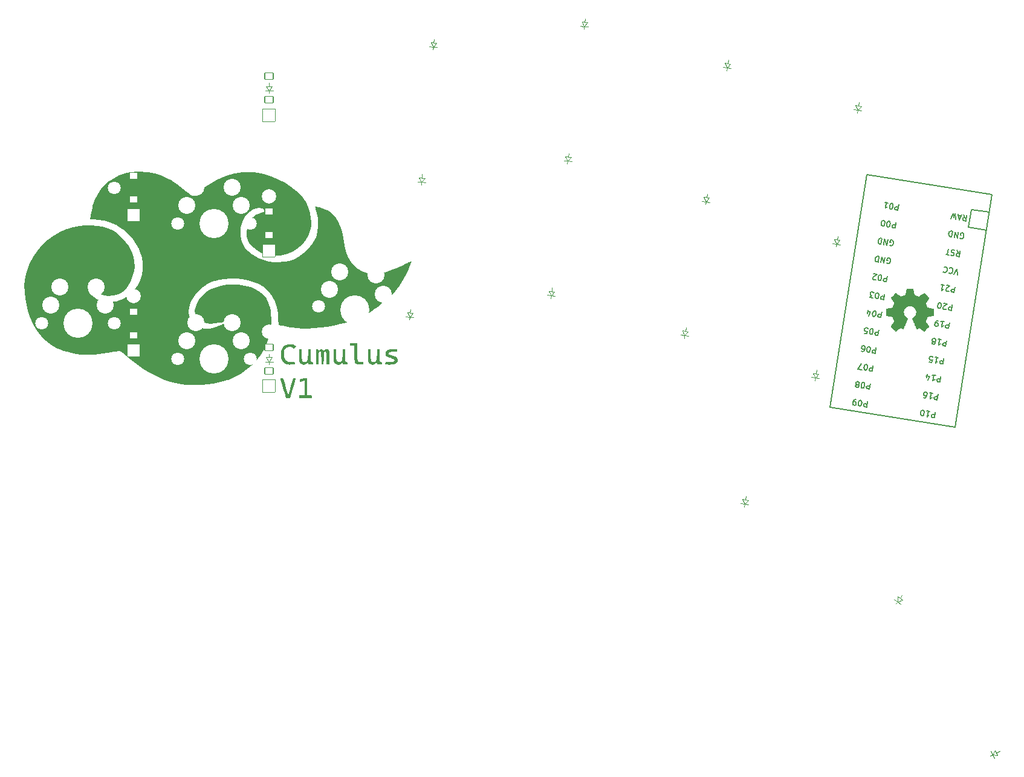
<source format=gto>
%TF.GenerationSoftware,KiCad,Pcbnew,(6.0.7)*%
%TF.CreationDate,2022-08-30T19:44:11+01:00*%
%TF.ProjectId,cumulus,63756d75-6c75-4732-9e6b-696361645f70,v1.0.0*%
%TF.SameCoordinates,Original*%
%TF.FileFunction,Legend,Top*%
%TF.FilePolarity,Positive*%
%FSLAX46Y46*%
G04 Gerber Fmt 4.6, Leading zero omitted, Abs format (unit mm)*
G04 Created by KiCad (PCBNEW (6.0.7)) date 2022-08-30 19:44:11*
%MOMM*%
%LPD*%
G01*
G04 APERTURE LIST*
G04 Aperture macros list*
%AMRoundRect*
0 Rectangle with rounded corners*
0 $1 Rounding radius*
0 $2 $3 $4 $5 $6 $7 $8 $9 X,Y pos of 4 corners*
0 Add a 4 corners polygon primitive as box body*
4,1,4,$2,$3,$4,$5,$6,$7,$8,$9,$2,$3,0*
0 Add four circle primitives for the rounded corners*
1,1,$1+$1,$2,$3*
1,1,$1+$1,$4,$5*
1,1,$1+$1,$6,$7*
1,1,$1+$1,$8,$9*
0 Add four rect primitives between the rounded corners*
20,1,$1+$1,$2,$3,$4,$5,0*
20,1,$1+$1,$4,$5,$6,$7,0*
20,1,$1+$1,$6,$7,$8,$9,0*
20,1,$1+$1,$8,$9,$2,$3,0*%
%AMHorizOval*
0 Thick line with rounded ends*
0 $1 width*
0 $2 $3 position (X,Y) of the first rounded end (center of the circle)*
0 $4 $5 position (X,Y) of the second rounded end (center of the circle)*
0 Add line between two ends*
20,1,$1,$2,$3,$4,$5,0*
0 Add two circle primitives to create the rounded ends*
1,1,$1,$2,$3*
1,1,$1,$4,$5*%
%AMRotRect*
0 Rectangle, with rotation*
0 The origin of the aperture is its center*
0 $1 length*
0 $2 width*
0 $3 Rotation angle, in degrees counterclockwise*
0 Add horizontal line*
21,1,$1,$2,0,0,$3*%
G04 Aperture macros list end*
%ADD10C,0.300000*%
%ADD11C,0.150000*%
%ADD12C,0.010000*%
%ADD13C,0.100000*%
%ADD14C,1.752600*%
%ADD15RotRect,1.752600X1.752600X261.000000*%
%ADD16C,2.300000*%
%ADD17RoundRect,0.050000X0.738985X-1.017125X1.017125X0.738985X-0.738985X1.017125X-1.017125X-0.738985X0*%
%ADD18RoundRect,0.050000X0.522217X-0.538320X0.663009X0.350599X-0.522217X0.538320X-0.663009X-0.350599X0*%
%ADD19C,2.005000*%
%ADD20RoundRect,0.050000X0.558497X-0.500581X0.636937X0.395994X-0.558497X0.500581X-0.636937X-0.395994X0*%
%ADD21RoundRect,0.050000X0.808136X-0.963099X0.963099X0.808136X-0.808136X0.963099X-0.963099X-0.808136X0*%
%ADD22C,2.386000*%
%ADD23C,4.087800*%
%ADD24C,1.801800*%
%ADD25RoundRect,0.050000X0.600000X-0.450000X0.600000X0.450000X-0.600000X0.450000X-0.600000X-0.450000X0*%
%ADD26RoundRect,0.050000X0.889000X-0.889000X0.889000X0.889000X-0.889000X0.889000X-0.889000X-0.889000X0*%
%ADD27C,1.600000*%
%ADD28HorizOval,1.700000X-0.296307X0.046930X0.296307X-0.046930X0*%
%ADD29RoundRect,0.050000X0.774032X-0.990715X0.990715X0.774032X-0.774032X0.990715X-0.990715X-0.774032X0*%
%ADD30RoundRect,0.050000X0.540686X-0.519767X0.650369X0.373524X-0.540686X0.519767X-0.650369X-0.373524X0*%
%ADD31RoundRect,0.050000X0.208365X-0.720475X0.749998X-0.001703X-0.208365X0.720475X-0.749998X0.001703X0*%
%ADD32RoundRect,0.050000X0.174973X-1.245001X1.245001X0.174973X-0.174973X1.245001X-1.245001X-0.174973X0*%
%ADD33C,1.852600*%
%ADD34RoundRect,0.050000X-0.728428X1.002595X-1.002595X-0.728428X0.728428X-1.002595X1.002595X0.728428X0*%
%ADD35RoundRect,0.050000X-0.430000X-1.181415X1.181415X-0.430000X0.430000X1.181415X-1.181415X0.430000X0*%
%ADD36RoundRect,0.050000X-0.154268X-0.733963X0.661409X-0.353606X0.154268X0.733963X-0.661409X0.353606X0*%
G04 APERTURE END LIST*
D10*
%TO.C,G\u002A\u002A\u002A*%
X166297428Y-129413000D02*
X166152285Y-129340428D01*
X165934571Y-129340428D01*
X165716857Y-129413000D01*
X165571714Y-129558142D01*
X165499142Y-129703285D01*
X165426571Y-129993571D01*
X165426571Y-130211285D01*
X165499142Y-130501571D01*
X165571714Y-130646714D01*
X165716857Y-130791857D01*
X165934571Y-130864428D01*
X166079714Y-130864428D01*
X166297428Y-130791857D01*
X166370000Y-130719285D01*
X166370000Y-130211285D01*
X166079714Y-130211285D01*
X167240857Y-129340428D02*
X167240857Y-129703285D01*
X166878000Y-129558142D02*
X167240857Y-129703285D01*
X167603714Y-129558142D01*
X167023142Y-129993571D02*
X167240857Y-129703285D01*
X167458571Y-129993571D01*
X168402000Y-129340428D02*
X168402000Y-129703285D01*
X168039142Y-129558142D02*
X168402000Y-129703285D01*
X168764857Y-129558142D01*
X168184285Y-129993571D02*
X168402000Y-129703285D01*
X168619714Y-129993571D01*
X169563142Y-129340428D02*
X169563142Y-129703285D01*
X169200285Y-129558142D02*
X169563142Y-129703285D01*
X169926000Y-129558142D01*
X169345428Y-129993571D02*
X169563142Y-129703285D01*
X169780857Y-129993571D01*
D11*
%TO.C,MCU1*%
X268311270Y-147302317D02*
X268186122Y-148092468D01*
X267885112Y-148044793D01*
X267815819Y-147995248D01*
X267784152Y-147951662D01*
X267758445Y-147870450D01*
X267776323Y-147757572D01*
X267825868Y-147688278D01*
X267869454Y-147656612D01*
X267950666Y-147630904D01*
X268251675Y-147678580D01*
X267107230Y-147111616D02*
X267558745Y-147183129D01*
X267332988Y-147147373D02*
X267207840Y-147937523D01*
X267300971Y-147836564D01*
X267388142Y-147773230D01*
X267469354Y-147747522D01*
X266304811Y-147794498D02*
X266455316Y-147818335D01*
X266536528Y-147792628D01*
X266580113Y-147760961D01*
X266673244Y-147660001D01*
X266734708Y-147515456D01*
X266782383Y-147214446D01*
X266756676Y-147133234D01*
X266725009Y-147089648D01*
X266655716Y-147040103D01*
X266505211Y-147016266D01*
X266423999Y-147041973D01*
X266380413Y-147073640D01*
X266330868Y-147142933D01*
X266301071Y-147331064D01*
X266326779Y-147412276D01*
X266358446Y-147455862D01*
X266427739Y-147505407D01*
X266578243Y-147529244D01*
X266659455Y-147503537D01*
X266703041Y-147471870D01*
X266752586Y-147402577D01*
X271061593Y-130546267D02*
X270923357Y-129714401D01*
X270534825Y-130462836D01*
X269933156Y-129634709D02*
X269976742Y-129603042D01*
X270095580Y-129583294D01*
X270170832Y-129595213D01*
X270277751Y-129650717D01*
X270341085Y-129737889D01*
X270366792Y-129819100D01*
X270380581Y-129975565D01*
X270362703Y-130088443D01*
X270301239Y-130232989D01*
X270251694Y-130302282D01*
X270164523Y-130365615D01*
X270045685Y-130385363D01*
X269970432Y-130373445D01*
X269863513Y-130317940D01*
X269831846Y-130274355D01*
X269143005Y-129509561D02*
X269186591Y-129477894D01*
X269305429Y-129458146D01*
X269380681Y-129470065D01*
X269487601Y-129525570D01*
X269550934Y-129612741D01*
X269576642Y-129693953D01*
X269590430Y-129850417D01*
X269572552Y-129963296D01*
X269511088Y-130107841D01*
X269461543Y-130177134D01*
X269374372Y-130240468D01*
X269255534Y-130260216D01*
X269180281Y-130248297D01*
X269073362Y-130192793D01*
X269041695Y-130149207D01*
X259624149Y-140783090D02*
X259499001Y-141573241D01*
X259197991Y-141525566D01*
X259128698Y-141476021D01*
X259097031Y-141432435D01*
X259071324Y-141351223D01*
X259089202Y-141238345D01*
X259138747Y-141169051D01*
X259182333Y-141137385D01*
X259263545Y-141111677D01*
X259564554Y-141159353D01*
X258558345Y-141424256D02*
X258483093Y-141412337D01*
X258413800Y-141362792D01*
X258382133Y-141319206D01*
X258356426Y-141237994D01*
X258342637Y-141081530D01*
X258372434Y-140893399D01*
X258433898Y-140748854D01*
X258483443Y-140679560D01*
X258527029Y-140647894D01*
X258608241Y-140622186D01*
X258683493Y-140634105D01*
X258752786Y-140683650D01*
X258784453Y-140727236D01*
X258810160Y-140808448D01*
X258823949Y-140964912D01*
X258794152Y-141153043D01*
X258732688Y-141297589D01*
X258683143Y-141366882D01*
X258639557Y-141398548D01*
X258558345Y-141424256D01*
X257617690Y-141275271D02*
X257768195Y-141299108D01*
X257849407Y-141273401D01*
X257892992Y-141241734D01*
X257986123Y-141140774D01*
X258047587Y-140996229D01*
X258095262Y-140695219D01*
X258069555Y-140614007D01*
X258037888Y-140570421D01*
X257968595Y-140520876D01*
X257818090Y-140497039D01*
X257736878Y-140522746D01*
X257693292Y-140554413D01*
X257643747Y-140623706D01*
X257613950Y-140811837D01*
X257639658Y-140893049D01*
X257671325Y-140936635D01*
X257740618Y-140986180D01*
X257891122Y-141010017D01*
X257972334Y-140984310D01*
X258015920Y-140952643D01*
X258065465Y-140883350D01*
X269105957Y-142284860D02*
X268980809Y-143075011D01*
X268679799Y-143027336D01*
X268610506Y-142977791D01*
X268578839Y-142934205D01*
X268553132Y-142852993D01*
X268571010Y-142740115D01*
X268620555Y-142670821D01*
X268664141Y-142639155D01*
X268745353Y-142613447D01*
X269046362Y-142661123D01*
X267901917Y-142094159D02*
X268353432Y-142165672D01*
X268127675Y-142129916D02*
X268002527Y-142920066D01*
X268095658Y-142819107D01*
X268182829Y-142755773D01*
X268264041Y-142730065D01*
X267061872Y-142771081D02*
X267438134Y-142830675D01*
X267535354Y-142460372D01*
X267491769Y-142492039D01*
X267410557Y-142517747D01*
X267222426Y-142487950D01*
X267153133Y-142438405D01*
X267121466Y-142394819D01*
X267095758Y-142313607D01*
X267125555Y-142125476D01*
X267175100Y-142056183D01*
X267218686Y-142024516D01*
X267299898Y-141998809D01*
X267488029Y-142028606D01*
X267557322Y-142078151D01*
X267588989Y-142121736D01*
X260418836Y-135765633D02*
X260293688Y-136555784D01*
X259992678Y-136508109D01*
X259923385Y-136458564D01*
X259891718Y-136414978D01*
X259866011Y-136333766D01*
X259883889Y-136220888D01*
X259933434Y-136151594D01*
X259977020Y-136119928D01*
X260058232Y-136094220D01*
X260359241Y-136141896D01*
X259353032Y-136406799D02*
X259277780Y-136394880D01*
X259208487Y-136345335D01*
X259176820Y-136301749D01*
X259151113Y-136220537D01*
X259137324Y-136064073D01*
X259167121Y-135875942D01*
X259228585Y-135731397D01*
X259278130Y-135662103D01*
X259321716Y-135630437D01*
X259402928Y-135604729D01*
X259478180Y-135616648D01*
X259547473Y-135666193D01*
X259579140Y-135709779D01*
X259604847Y-135790991D01*
X259618636Y-135947455D01*
X259588839Y-136135586D01*
X259527375Y-136280132D01*
X259477830Y-136349425D01*
X259434244Y-136381091D01*
X259353032Y-136406799D01*
X258454093Y-135994430D02*
X258537524Y-135467663D01*
X258594549Y-136325237D02*
X258872071Y-135790641D01*
X258382930Y-135713168D01*
X258829462Y-145800546D02*
X258704314Y-146590697D01*
X258403304Y-146543022D01*
X258334011Y-146493477D01*
X258302344Y-146449891D01*
X258276637Y-146368679D01*
X258294515Y-146255801D01*
X258344060Y-146186507D01*
X258387646Y-146154841D01*
X258468858Y-146129133D01*
X258769867Y-146176809D01*
X257763658Y-146441712D02*
X257688406Y-146429793D01*
X257619113Y-146380248D01*
X257587446Y-146336662D01*
X257561739Y-146255450D01*
X257547950Y-146098986D01*
X257577747Y-145910855D01*
X257639211Y-145766310D01*
X257688756Y-145697016D01*
X257732342Y-145665350D01*
X257813554Y-145639642D01*
X257888806Y-145651561D01*
X257958099Y-145701106D01*
X257989766Y-145744692D01*
X258015473Y-145825904D01*
X258029262Y-145982368D01*
X257999465Y-146170499D01*
X257938001Y-146315045D01*
X257888456Y-146384338D01*
X257844870Y-146416004D01*
X257763658Y-146441712D01*
X257102395Y-145989847D02*
X257171688Y-146039392D01*
X257203355Y-146082978D01*
X257229062Y-146164190D01*
X257223103Y-146201816D01*
X257173558Y-146271109D01*
X257129972Y-146302776D01*
X257048760Y-146328483D01*
X256898255Y-146304645D01*
X256828962Y-146255100D01*
X256797295Y-146211515D01*
X256771588Y-146130303D01*
X256777547Y-146092677D01*
X256827092Y-146023384D01*
X256870678Y-145991717D01*
X256951890Y-145966009D01*
X257102395Y-145989847D01*
X257183607Y-145964140D01*
X257227192Y-145932473D01*
X257276737Y-145863180D01*
X257300575Y-145712675D01*
X257274868Y-145631463D01*
X257243201Y-145587877D01*
X257173908Y-145538332D01*
X257023403Y-145514495D01*
X256942191Y-145540202D01*
X256898605Y-145571869D01*
X256849060Y-145641162D01*
X256825223Y-145791667D01*
X256850930Y-145872879D01*
X256882597Y-145916464D01*
X256951890Y-145966009D01*
X258432118Y-148309275D02*
X258306970Y-149099426D01*
X258005960Y-149051751D01*
X257936667Y-149002206D01*
X257905000Y-148958620D01*
X257879293Y-148877408D01*
X257897171Y-148764530D01*
X257946716Y-148695236D01*
X257990302Y-148663570D01*
X258071514Y-148637862D01*
X258372523Y-148685538D01*
X257366314Y-148950441D02*
X257291062Y-148938522D01*
X257221769Y-148888977D01*
X257190102Y-148845391D01*
X257164395Y-148764179D01*
X257150606Y-148607715D01*
X257180403Y-148419584D01*
X257241867Y-148275039D01*
X257291412Y-148205745D01*
X257334998Y-148174079D01*
X257416210Y-148148371D01*
X257491462Y-148160290D01*
X257560755Y-148209835D01*
X257592422Y-148253421D01*
X257618129Y-148334633D01*
X257631918Y-148491097D01*
X257602121Y-148679228D01*
X257540657Y-148823774D01*
X257491112Y-148893067D01*
X257447526Y-148924733D01*
X257366314Y-148950441D01*
X256851816Y-148058980D02*
X256701311Y-148035143D01*
X256620099Y-148060850D01*
X256576514Y-148092517D01*
X256483383Y-148193477D01*
X256421919Y-148338022D01*
X256374244Y-148639032D01*
X256399951Y-148720244D01*
X256431618Y-148763829D01*
X256500911Y-148813374D01*
X256651416Y-148837212D01*
X256732628Y-148811505D01*
X256776214Y-148779838D01*
X256825759Y-148710545D01*
X256855556Y-148522414D01*
X256829848Y-148441202D01*
X256798182Y-148397616D01*
X256728888Y-148348071D01*
X256578384Y-148324233D01*
X256497172Y-148349941D01*
X256453586Y-148381608D01*
X256404041Y-148450901D01*
X261134229Y-128935358D02*
X261203522Y-128984903D01*
X261316401Y-129002782D01*
X261435239Y-128983034D01*
X261522410Y-128919700D01*
X261571955Y-128850407D01*
X261633419Y-128705861D01*
X261651297Y-128592983D01*
X261637509Y-128436519D01*
X261611801Y-128355307D01*
X261548468Y-128268135D01*
X261441549Y-128212631D01*
X261366296Y-128200712D01*
X261247458Y-128220460D01*
X261203872Y-128252127D01*
X261162157Y-128515511D01*
X261312661Y-128539348D01*
X260877155Y-128123240D02*
X260752008Y-128913391D01*
X260425641Y-128051727D01*
X260300493Y-128841878D01*
X260049378Y-127992133D02*
X259924231Y-128782284D01*
X259736100Y-128752486D01*
X259629180Y-128696982D01*
X259565847Y-128609811D01*
X259540139Y-128528599D01*
X259526351Y-128372135D01*
X259544229Y-128259256D01*
X259605693Y-128114710D01*
X259655238Y-128045417D01*
X259742409Y-127982084D01*
X259861247Y-127962336D01*
X260049378Y-127992133D01*
X259226806Y-143291818D02*
X259101658Y-144081969D01*
X258800648Y-144034294D01*
X258731355Y-143984749D01*
X258699688Y-143941163D01*
X258673981Y-143859951D01*
X258691859Y-143747073D01*
X258741404Y-143677779D01*
X258784990Y-143646113D01*
X258866202Y-143620405D01*
X259167211Y-143668081D01*
X258161002Y-143932984D02*
X258085750Y-143921065D01*
X258016457Y-143871520D01*
X257984790Y-143827934D01*
X257959083Y-143746722D01*
X257945294Y-143590258D01*
X257975091Y-143402127D01*
X258036555Y-143257582D01*
X258086100Y-143188288D01*
X258129686Y-143156622D01*
X258210898Y-143130914D01*
X258286150Y-143142833D01*
X258355443Y-143192378D01*
X258387110Y-143235964D01*
X258412817Y-143317176D01*
X258426606Y-143473640D01*
X258396809Y-143661771D01*
X258335345Y-143806317D01*
X258285800Y-143875610D01*
X258242214Y-143907276D01*
X258161002Y-143932984D01*
X257634235Y-143849552D02*
X257107468Y-143766120D01*
X257571252Y-143029604D01*
X268708614Y-144793589D02*
X268583466Y-145583740D01*
X268282456Y-145536065D01*
X268213163Y-145486520D01*
X268181496Y-145442934D01*
X268155789Y-145361722D01*
X268173667Y-145248844D01*
X268223212Y-145179550D01*
X268266798Y-145147884D01*
X268348010Y-145122176D01*
X268649019Y-145169852D01*
X267504574Y-144602888D02*
X267956089Y-144674401D01*
X267730332Y-144638645D02*
X267605184Y-145428795D01*
X267698315Y-145327836D01*
X267785486Y-145264502D01*
X267866698Y-145238794D01*
X266743871Y-145022386D02*
X266827302Y-144495619D01*
X266884327Y-145353193D02*
X267161849Y-144818597D01*
X266672708Y-144741124D01*
X271870817Y-122149480D02*
X272074607Y-122567458D01*
X272322332Y-122220993D02*
X272197184Y-123011143D01*
X271896174Y-122963468D01*
X271826881Y-122913923D01*
X271795215Y-122870337D01*
X271769507Y-122789126D01*
X271787385Y-122676247D01*
X271836930Y-122606954D01*
X271880516Y-122575287D01*
X271961728Y-122549580D01*
X272262738Y-122597255D01*
X271534051Y-122327562D02*
X271157789Y-122267968D01*
X271645060Y-122113723D02*
X271256529Y-122862158D01*
X271118293Y-122030292D01*
X270805014Y-122790645D02*
X270742030Y-121970698D01*
X270502134Y-122511253D01*
X270441021Y-121923022D01*
X270127742Y-122683376D01*
X270695331Y-132249947D02*
X270570183Y-133040098D01*
X270269173Y-132992423D01*
X270199880Y-132942878D01*
X270168213Y-132899292D01*
X270142506Y-132818080D01*
X270160384Y-132705202D01*
X270209929Y-132635908D01*
X270253515Y-132604242D01*
X270334727Y-132578534D01*
X270635736Y-132626210D01*
X269829577Y-132845657D02*
X269785992Y-132877324D01*
X269704780Y-132903032D01*
X269516649Y-132873235D01*
X269447356Y-132823689D01*
X269415689Y-132780104D01*
X269389981Y-132698892D01*
X269401900Y-132623640D01*
X269457405Y-132516720D01*
X269980432Y-132136719D01*
X269491291Y-132059246D01*
X268738767Y-131940058D02*
X269190282Y-132011571D01*
X268964524Y-131975815D02*
X268839377Y-132765965D01*
X268932507Y-132665005D01*
X269019679Y-132601672D01*
X269100891Y-132575964D01*
X260816180Y-133256904D02*
X260691032Y-134047055D01*
X260390022Y-133999380D01*
X260320729Y-133949835D01*
X260289062Y-133906249D01*
X260263355Y-133825037D01*
X260281233Y-133712159D01*
X260330778Y-133642865D01*
X260374364Y-133611199D01*
X260455576Y-133585491D01*
X260756585Y-133633167D01*
X259750376Y-133898070D02*
X259675124Y-133886151D01*
X259605831Y-133836606D01*
X259574164Y-133793020D01*
X259548457Y-133711808D01*
X259534668Y-133555344D01*
X259564465Y-133367213D01*
X259625929Y-133222668D01*
X259675474Y-133153374D01*
X259719060Y-133121708D01*
X259800272Y-133096000D01*
X259875524Y-133107919D01*
X259944817Y-133157464D01*
X259976484Y-133201050D01*
X260002191Y-133282262D01*
X260015980Y-133438726D01*
X259986183Y-133626857D01*
X259924719Y-133771403D01*
X259875174Y-133840696D01*
X259831588Y-133872362D01*
X259750376Y-133898070D01*
X259223609Y-133814638D02*
X258734468Y-133737166D01*
X259045527Y-133477872D01*
X258932649Y-133459994D01*
X258863356Y-133410449D01*
X258831689Y-133366863D01*
X258805981Y-133285651D01*
X258835778Y-133097520D01*
X258885323Y-133028227D01*
X258928909Y-132996560D01*
X259010121Y-132970853D01*
X259235878Y-133006609D01*
X259305171Y-133056154D01*
X259336838Y-133099740D01*
X262405554Y-123221991D02*
X262280406Y-124012142D01*
X261979396Y-123964467D01*
X261910103Y-123914922D01*
X261878436Y-123871336D01*
X261852729Y-123790124D01*
X261870607Y-123677246D01*
X261920152Y-123607952D01*
X261963738Y-123576286D01*
X262044950Y-123550578D01*
X262345959Y-123598254D01*
X261339750Y-123863157D02*
X261264498Y-123851238D01*
X261195205Y-123801693D01*
X261163538Y-123758107D01*
X261137831Y-123676895D01*
X261124042Y-123520431D01*
X261153839Y-123332300D01*
X261215303Y-123187755D01*
X261264848Y-123118461D01*
X261308434Y-123086795D01*
X261389646Y-123061087D01*
X261464898Y-123073006D01*
X261534191Y-123122551D01*
X261565858Y-123166137D01*
X261591565Y-123247349D01*
X261605354Y-123403813D01*
X261575557Y-123591944D01*
X261514093Y-123736490D01*
X261464548Y-123805783D01*
X261420962Y-123837449D01*
X261339750Y-123863157D01*
X260587226Y-123743969D02*
X260511974Y-123732050D01*
X260442680Y-123682505D01*
X260411014Y-123638919D01*
X260385306Y-123557707D01*
X260371518Y-123401243D01*
X260401315Y-123213112D01*
X260462779Y-123068566D01*
X260512324Y-122999273D01*
X260555909Y-122967607D01*
X260637121Y-122941899D01*
X260712374Y-122953818D01*
X260781667Y-123003363D01*
X260813333Y-123046949D01*
X260839041Y-123128160D01*
X260852829Y-123284625D01*
X260823032Y-123472756D01*
X260761568Y-123617301D01*
X260712023Y-123686594D01*
X260668438Y-123718261D01*
X260587226Y-123743969D01*
X271410724Y-125419672D02*
X271480017Y-125469217D01*
X271592896Y-125487096D01*
X271711734Y-125467348D01*
X271798905Y-125404014D01*
X271848450Y-125334721D01*
X271909914Y-125190175D01*
X271927792Y-125077297D01*
X271914004Y-124920833D01*
X271888296Y-124839621D01*
X271824963Y-124752449D01*
X271718044Y-124696945D01*
X271642791Y-124685026D01*
X271523953Y-124704774D01*
X271480367Y-124736441D01*
X271438652Y-124999825D01*
X271589156Y-125023662D01*
X271153650Y-124607554D02*
X271028503Y-125397705D01*
X270702136Y-124536041D01*
X270576988Y-125326192D01*
X270325873Y-124476447D02*
X270200726Y-125266598D01*
X270012595Y-125236800D01*
X269905675Y-125181296D01*
X269842342Y-125094125D01*
X269816634Y-125012913D01*
X269802846Y-124856449D01*
X269820724Y-124743570D01*
X269882188Y-124599024D01*
X269931733Y-124529731D01*
X270018904Y-124466398D01*
X270137742Y-124446650D01*
X270325873Y-124476447D01*
X260021493Y-138274361D02*
X259896345Y-139064512D01*
X259595335Y-139016837D01*
X259526042Y-138967292D01*
X259494375Y-138923706D01*
X259468668Y-138842494D01*
X259486546Y-138729616D01*
X259536091Y-138660322D01*
X259579677Y-138628656D01*
X259660889Y-138602948D01*
X259961898Y-138650624D01*
X258955689Y-138915527D02*
X258880437Y-138903608D01*
X258811144Y-138854063D01*
X258779477Y-138810477D01*
X258753770Y-138729265D01*
X258739981Y-138572801D01*
X258769778Y-138384670D01*
X258831242Y-138240125D01*
X258880787Y-138170831D01*
X258924373Y-138139165D01*
X259005585Y-138113457D01*
X259080837Y-138125376D01*
X259150130Y-138174921D01*
X259181797Y-138218507D01*
X259207504Y-138299719D01*
X259221293Y-138456183D01*
X259191496Y-138644314D01*
X259130032Y-138788860D01*
X259080487Y-138858153D01*
X259036901Y-138889819D01*
X258955689Y-138915527D01*
X257977408Y-138760582D02*
X258353670Y-138820176D01*
X258450890Y-138449873D01*
X258407305Y-138481540D01*
X258326093Y-138507248D01*
X258137962Y-138477451D01*
X258068669Y-138427906D01*
X258037002Y-138384320D01*
X258011294Y-138303108D01*
X258041091Y-138114977D01*
X258090636Y-138045684D01*
X258134222Y-138014017D01*
X258215434Y-137988310D01*
X258403565Y-138018107D01*
X258472858Y-138067652D01*
X258504525Y-138111237D01*
X267913927Y-149811046D02*
X267788779Y-150601197D01*
X267487769Y-150553522D01*
X267418476Y-150503977D01*
X267386809Y-150460391D01*
X267361102Y-150379179D01*
X267378980Y-150266301D01*
X267428525Y-150197007D01*
X267472111Y-150165341D01*
X267553323Y-150139633D01*
X267854332Y-150187309D01*
X266709887Y-149620345D02*
X267161402Y-149691858D01*
X266935645Y-149656102D02*
X266810497Y-150446252D01*
X266903628Y-150345293D01*
X266990799Y-150281959D01*
X267072011Y-150256251D01*
X266095599Y-150333024D02*
X266020347Y-150321105D01*
X265951053Y-150271560D01*
X265919387Y-150227974D01*
X265893679Y-150146762D01*
X265879891Y-149990298D01*
X265909688Y-149802167D01*
X265971152Y-149657621D01*
X266020697Y-149588328D01*
X266064282Y-149556662D01*
X266145494Y-149530954D01*
X266220747Y-149542873D01*
X266290040Y-149592418D01*
X266321706Y-149636004D01*
X266347414Y-149717215D01*
X266361202Y-149873680D01*
X266331405Y-150061811D01*
X266269941Y-150206356D01*
X266220396Y-150275649D01*
X266176811Y-150307316D01*
X266095599Y-150333024D01*
X262802897Y-120713262D02*
X262677749Y-121503413D01*
X262376739Y-121455738D01*
X262307446Y-121406193D01*
X262275779Y-121362607D01*
X262250072Y-121281395D01*
X262267950Y-121168517D01*
X262317495Y-121099223D01*
X262361081Y-121067557D01*
X262442293Y-121041849D01*
X262743302Y-121089525D01*
X261737093Y-121354428D02*
X261661841Y-121342509D01*
X261592548Y-121292964D01*
X261560881Y-121249378D01*
X261535174Y-121168166D01*
X261521385Y-121011702D01*
X261551182Y-120823571D01*
X261612646Y-120679026D01*
X261662191Y-120609732D01*
X261705777Y-120578066D01*
X261786989Y-120552358D01*
X261862241Y-120564277D01*
X261931534Y-120613822D01*
X261963201Y-120657408D01*
X261988908Y-120738620D01*
X262002697Y-120895084D01*
X261972900Y-121083215D01*
X261911436Y-121227761D01*
X261861891Y-121297054D01*
X261818305Y-121328720D01*
X261737093Y-121354428D01*
X260846333Y-120403373D02*
X261297848Y-120474886D01*
X261072090Y-120439130D02*
X260946943Y-121229280D01*
X261040073Y-121128320D01*
X261127245Y-121064987D01*
X261208457Y-121039279D01*
X269900644Y-137267404D02*
X269775496Y-138057555D01*
X269474486Y-138009880D01*
X269405193Y-137960335D01*
X269373526Y-137916749D01*
X269347819Y-137835537D01*
X269365697Y-137722659D01*
X269415242Y-137653365D01*
X269458828Y-137621699D01*
X269540040Y-137595991D01*
X269841049Y-137643667D01*
X268696604Y-137076703D02*
X269148119Y-137148216D01*
X268922362Y-137112460D02*
X268797214Y-137902610D01*
X268890345Y-137801651D01*
X268977516Y-137738317D01*
X269058728Y-137712609D01*
X268320342Y-137017109D02*
X268169837Y-136993272D01*
X268088625Y-137018979D01*
X268045040Y-137050646D01*
X267951909Y-137151606D01*
X267890445Y-137296151D01*
X267842770Y-137597161D01*
X267868477Y-137678373D01*
X267900144Y-137721958D01*
X267969437Y-137771503D01*
X268119942Y-137795341D01*
X268201154Y-137769634D01*
X268244740Y-137737967D01*
X268294285Y-137668674D01*
X268324082Y-137480543D01*
X268298374Y-137399331D01*
X268266708Y-137355745D01*
X268197414Y-137306200D01*
X268046910Y-137282362D01*
X267965698Y-137308070D01*
X267922112Y-137339737D01*
X267872567Y-137409030D01*
X270297988Y-134758675D02*
X270172840Y-135548826D01*
X269871830Y-135501151D01*
X269802537Y-135451606D01*
X269770870Y-135408020D01*
X269745163Y-135326808D01*
X269763041Y-135213930D01*
X269812586Y-135144636D01*
X269856172Y-135112970D01*
X269937384Y-135087262D01*
X270238393Y-135134938D01*
X269432234Y-135354385D02*
X269388649Y-135386052D01*
X269307437Y-135411760D01*
X269119306Y-135381963D01*
X269050013Y-135332417D01*
X269018346Y-135288832D01*
X268992638Y-135207620D01*
X269004557Y-135132368D01*
X269060062Y-135025448D01*
X269583089Y-134645447D01*
X269093948Y-134567974D01*
X268479660Y-135280653D02*
X268404408Y-135268734D01*
X268335114Y-135219189D01*
X268303448Y-135175603D01*
X268277740Y-135094391D01*
X268263952Y-134937927D01*
X268293749Y-134749796D01*
X268355213Y-134605250D01*
X268404758Y-134535957D01*
X268448343Y-134504291D01*
X268529555Y-134478583D01*
X268604808Y-134490502D01*
X268674101Y-134540047D01*
X268705767Y-134583633D01*
X268731475Y-134664844D01*
X268745263Y-134821309D01*
X268715466Y-135009440D01*
X268654002Y-135153985D01*
X268604457Y-135223278D01*
X268560872Y-135254945D01*
X268479660Y-135280653D01*
X269503301Y-139776132D02*
X269378153Y-140566283D01*
X269077143Y-140518608D01*
X269007850Y-140469063D01*
X268976183Y-140425477D01*
X268950476Y-140344265D01*
X268968354Y-140231387D01*
X269017899Y-140162093D01*
X269061485Y-140130427D01*
X269142697Y-140104719D01*
X269443706Y-140152395D01*
X268299261Y-139585431D02*
X268750776Y-139656944D01*
X268525019Y-139621188D02*
X268399871Y-140411338D01*
X268493002Y-140310379D01*
X268580173Y-140247045D01*
X268661385Y-140221337D01*
X267776234Y-139965433D02*
X267845527Y-140014978D01*
X267877194Y-140058564D01*
X267902901Y-140139776D01*
X267896942Y-140177402D01*
X267847397Y-140246695D01*
X267803811Y-140278362D01*
X267722599Y-140304069D01*
X267572094Y-140280231D01*
X267502801Y-140230686D01*
X267471134Y-140187101D01*
X267445427Y-140105889D01*
X267451386Y-140068263D01*
X267500931Y-139998970D01*
X267544517Y-139967303D01*
X267625729Y-139941595D01*
X267776234Y-139965433D01*
X267857446Y-139939726D01*
X267901031Y-139908059D01*
X267950576Y-139838766D01*
X267974414Y-139688261D01*
X267948707Y-139607049D01*
X267917040Y-139563463D01*
X267847747Y-139513918D01*
X267697242Y-139490081D01*
X267616030Y-139515788D01*
X267572444Y-139547455D01*
X267522899Y-139616748D01*
X267499062Y-139767253D01*
X267524769Y-139848465D01*
X267556436Y-139892050D01*
X267625729Y-139941595D01*
X261531572Y-126426629D02*
X261600865Y-126476174D01*
X261713744Y-126494053D01*
X261832582Y-126474305D01*
X261919753Y-126410971D01*
X261969298Y-126341678D01*
X262030762Y-126197132D01*
X262048640Y-126084254D01*
X262034852Y-125927790D01*
X262009144Y-125846578D01*
X261945811Y-125759406D01*
X261838892Y-125703902D01*
X261763639Y-125691983D01*
X261644801Y-125711731D01*
X261601215Y-125743398D01*
X261559500Y-126006782D01*
X261710004Y-126030619D01*
X261274498Y-125614511D02*
X261149351Y-126404662D01*
X260822984Y-125542998D01*
X260697836Y-126333149D01*
X260446721Y-125483404D02*
X260321574Y-126273555D01*
X260133443Y-126243757D01*
X260026523Y-126188253D01*
X259963190Y-126101082D01*
X259937482Y-126019870D01*
X259923694Y-125863406D01*
X259941572Y-125750527D01*
X260003036Y-125605981D01*
X260052581Y-125536688D01*
X260139752Y-125473355D01*
X260258590Y-125453607D01*
X260446721Y-125483404D01*
X261213523Y-130748176D02*
X261088375Y-131538327D01*
X260787365Y-131490652D01*
X260718072Y-131441107D01*
X260686405Y-131397521D01*
X260660698Y-131316309D01*
X260678576Y-131203431D01*
X260728121Y-131134137D01*
X260771707Y-131102471D01*
X260852919Y-131076763D01*
X261153928Y-131124439D01*
X260147719Y-131389342D02*
X260072467Y-131377423D01*
X260003174Y-131327878D01*
X259971507Y-131284292D01*
X259945800Y-131203080D01*
X259932011Y-131046616D01*
X259961808Y-130858485D01*
X260023272Y-130713940D01*
X260072817Y-130644646D01*
X260116403Y-130612980D01*
X260197615Y-130587272D01*
X260272867Y-130599191D01*
X260342160Y-130648736D01*
X260373827Y-130692322D01*
X260399534Y-130773534D01*
X260413323Y-130929998D01*
X260383526Y-131118129D01*
X260322062Y-131262675D01*
X260272517Y-131331968D01*
X260228931Y-131363634D01*
X260147719Y-131389342D01*
X259595245Y-131224698D02*
X259551659Y-131256365D01*
X259470447Y-131282072D01*
X259282316Y-131252275D01*
X259213023Y-131202730D01*
X259181356Y-131159145D01*
X259155649Y-131077933D01*
X259167568Y-131002680D01*
X259223072Y-130895761D01*
X259746100Y-130515759D01*
X259256959Y-130438287D01*
X270963250Y-127149059D02*
X271167040Y-127567037D01*
X271414765Y-127220571D02*
X271289618Y-128010722D01*
X270988608Y-127963047D01*
X270919315Y-127913502D01*
X270887648Y-127869916D01*
X270861940Y-127788704D01*
X270879819Y-127675826D01*
X270929364Y-127606533D01*
X270972949Y-127574866D01*
X271054161Y-127549158D01*
X271355171Y-127596834D01*
X270656281Y-127139010D02*
X270549362Y-127083505D01*
X270361231Y-127053708D01*
X270280019Y-127079415D01*
X270236433Y-127111082D01*
X270186888Y-127180375D01*
X270174970Y-127255628D01*
X270200677Y-127336840D01*
X270232344Y-127380425D01*
X270301637Y-127429970D01*
X270446182Y-127491434D01*
X270515475Y-127540979D01*
X270547142Y-127584565D01*
X270572850Y-127665777D01*
X270560931Y-127741029D01*
X270511386Y-127810322D01*
X270467800Y-127841989D01*
X270386588Y-127867696D01*
X270198457Y-127837899D01*
X270091538Y-127782395D01*
X269859821Y-127784265D02*
X269408306Y-127712752D01*
X269759211Y-126958358D02*
X269634064Y-127748508D01*
%TO.C,REF\u002A\u002A*%
G36*
X264898143Y-132952531D02*
G01*
X264981964Y-133397155D01*
X265291249Y-133524653D01*
X265600535Y-133652151D01*
X265971575Y-133399846D01*
X266075486Y-133329596D01*
X266169416Y-133266872D01*
X266248981Y-133214538D01*
X266309799Y-133175457D01*
X266347486Y-133152493D01*
X266357750Y-133147542D01*
X266376239Y-133160276D01*
X266415749Y-133195482D01*
X266471851Y-133248662D01*
X266540116Y-133315318D01*
X266616115Y-133390954D01*
X266695421Y-133471072D01*
X266773604Y-133551174D01*
X266846236Y-133626764D01*
X266908888Y-133693345D01*
X266957132Y-133746418D01*
X266986539Y-133781487D01*
X266993570Y-133793223D01*
X266983452Y-133814860D01*
X266955088Y-133862262D01*
X266911458Y-133930793D01*
X266855547Y-134015815D01*
X266790335Y-134112693D01*
X266752548Y-134167950D01*
X266683672Y-134268848D01*
X266622469Y-134359899D01*
X266571907Y-134436570D01*
X266534957Y-134494328D01*
X266514587Y-134528643D01*
X266511526Y-134535854D01*
X266518465Y-134556348D01*
X266537380Y-134604113D01*
X266565416Y-134672432D01*
X266599720Y-134754589D01*
X266637438Y-134843870D01*
X266675716Y-134933558D01*
X266711699Y-135016938D01*
X266742535Y-135087294D01*
X266765368Y-135137910D01*
X266777346Y-135162071D01*
X266778053Y-135163022D01*
X266796860Y-135167636D01*
X266846947Y-135177928D01*
X266923122Y-135192887D01*
X267020194Y-135211501D01*
X267132972Y-135232759D01*
X267198771Y-135245018D01*
X267319279Y-135267962D01*
X267428126Y-135289795D01*
X267519805Y-135309322D01*
X267588810Y-135325348D01*
X267629633Y-135336679D01*
X267637840Y-135340274D01*
X267645877Y-135364606D01*
X267652362Y-135419559D01*
X267657299Y-135498708D01*
X267660693Y-135595626D01*
X267662547Y-135703887D01*
X267662867Y-135817065D01*
X267661656Y-135928735D01*
X267658919Y-136032468D01*
X267654660Y-136121841D01*
X267648884Y-136190426D01*
X267641596Y-136231797D01*
X267637224Y-136240410D01*
X267611093Y-136250733D01*
X267555722Y-136265492D01*
X267478436Y-136282952D01*
X267386559Y-136301380D01*
X267354487Y-136307341D01*
X267199853Y-136335666D01*
X267077704Y-136358476D01*
X266984002Y-136376680D01*
X266914713Y-136391183D01*
X266865800Y-136402892D01*
X266833226Y-136412715D01*
X266812957Y-136421556D01*
X266800955Y-136430324D01*
X266799276Y-136432057D01*
X266782513Y-136459971D01*
X266756943Y-136514295D01*
X266725117Y-136588377D01*
X266689589Y-136675565D01*
X266652912Y-136769208D01*
X266617640Y-136862652D01*
X266586325Y-136949247D01*
X266561522Y-137022340D01*
X266545783Y-137075278D01*
X266541661Y-137101411D01*
X266542005Y-137102326D01*
X266555970Y-137123686D01*
X266587651Y-137170684D01*
X266633720Y-137238427D01*
X266690847Y-137322023D01*
X266755702Y-137416582D01*
X266774172Y-137443454D01*
X266840028Y-137540875D01*
X266897979Y-137629763D01*
X266944867Y-137705012D01*
X266977536Y-137761520D01*
X266992829Y-137794181D01*
X266993570Y-137798193D01*
X266980721Y-137819284D01*
X266945217Y-137861064D01*
X266891622Y-137919045D01*
X266824500Y-137988735D01*
X266748416Y-138065645D01*
X266667933Y-138145283D01*
X266587616Y-138223161D01*
X266512028Y-138294786D01*
X266445734Y-138355670D01*
X266393298Y-138401321D01*
X266359284Y-138427250D01*
X266349874Y-138431483D01*
X266327972Y-138421512D01*
X266283129Y-138394620D01*
X266222650Y-138355336D01*
X266176118Y-138323717D01*
X266091804Y-138265698D01*
X265991955Y-138197384D01*
X265891802Y-138129179D01*
X265837956Y-138092675D01*
X265655700Y-137969400D01*
X265502710Y-138052120D01*
X265433011Y-138088359D01*
X265373743Y-138116526D01*
X265333640Y-138132591D01*
X265323432Y-138134826D01*
X265311158Y-138118322D01*
X265286942Y-138071682D01*
X265252592Y-137999209D01*
X265209917Y-137905206D01*
X265160723Y-137793974D01*
X265106819Y-137669815D01*
X265050013Y-137537032D01*
X264992111Y-137399927D01*
X264934922Y-137262802D01*
X264880253Y-137129958D01*
X264829913Y-137005698D01*
X264785709Y-136894325D01*
X264749448Y-136800139D01*
X264722938Y-136727444D01*
X264707987Y-136680541D01*
X264705583Y-136664433D01*
X264724640Y-136643886D01*
X264766365Y-136610533D01*
X264822035Y-136571302D01*
X264826707Y-136568199D01*
X264970593Y-136453023D01*
X265086612Y-136318653D01*
X265173759Y-136169384D01*
X265231028Y-136009513D01*
X265257415Y-135843337D01*
X265251914Y-135675152D01*
X265213519Y-135509255D01*
X265141224Y-135349942D01*
X265119955Y-135315087D01*
X265009325Y-135174337D01*
X264878631Y-135061314D01*
X264732393Y-134976603D01*
X264575137Y-134920794D01*
X264411386Y-134894474D01*
X264245662Y-134898230D01*
X264082491Y-134932650D01*
X263926394Y-134998323D01*
X263781896Y-135095835D01*
X263737198Y-135135413D01*
X263623441Y-135259303D01*
X263540547Y-135389724D01*
X263483685Y-135535915D01*
X263452016Y-135680688D01*
X263444198Y-135843460D01*
X263470267Y-136007040D01*
X263527574Y-136165898D01*
X263613473Y-136314506D01*
X263725315Y-136447335D01*
X263860452Y-136558856D01*
X263878212Y-136570611D01*
X263934479Y-136609108D01*
X263977252Y-136642463D01*
X263997701Y-136663760D01*
X263997998Y-136664433D01*
X263993608Y-136687471D01*
X263976205Y-136739757D01*
X263947597Y-136816990D01*
X263909594Y-136914868D01*
X263864003Y-137029091D01*
X263812632Y-137155358D01*
X263757291Y-137289367D01*
X263699787Y-137426818D01*
X263641930Y-137563408D01*
X263585527Y-137694837D01*
X263532387Y-137816805D01*
X263484319Y-137925009D01*
X263443130Y-138015149D01*
X263410630Y-138082923D01*
X263388626Y-138124030D01*
X263379765Y-138134826D01*
X263352689Y-138126419D01*
X263302026Y-138103872D01*
X263236512Y-138071213D01*
X263200488Y-138052120D01*
X263047497Y-137969400D01*
X262865241Y-138092675D01*
X262772204Y-138155828D01*
X262670344Y-138225327D01*
X262574891Y-138290765D01*
X262527079Y-138323717D01*
X262459834Y-138368873D01*
X262402893Y-138404657D01*
X262363683Y-138426538D01*
X262350948Y-138431163D01*
X262332412Y-138418685D01*
X262291388Y-138383852D01*
X262231854Y-138330278D01*
X262157787Y-138261583D01*
X262073164Y-138181381D01*
X262019644Y-138129886D01*
X261926010Y-138037886D01*
X261845088Y-137955599D01*
X261780152Y-137886545D01*
X261734471Y-137834244D01*
X261711318Y-137802216D01*
X261709097Y-137795716D01*
X261719405Y-137770994D01*
X261747890Y-137721005D01*
X261791392Y-137650812D01*
X261846752Y-137565475D01*
X261910809Y-137470056D01*
X261929026Y-137443454D01*
X261995402Y-137346767D01*
X262054951Y-137259717D01*
X262104345Y-137187195D01*
X262140254Y-137134093D01*
X262159348Y-137105303D01*
X262161193Y-137102326D01*
X262158434Y-137079382D01*
X262143791Y-137028936D01*
X262119816Y-136957641D01*
X262089063Y-136872147D01*
X262054085Y-136779107D01*
X262017436Y-136685174D01*
X261981668Y-136596999D01*
X261949335Y-136521234D01*
X261922991Y-136464531D01*
X261905187Y-136433543D01*
X261903922Y-136432057D01*
X261893035Y-136423201D01*
X261874647Y-136414443D01*
X261844723Y-136404877D01*
X261799226Y-136393596D01*
X261734120Y-136379693D01*
X261645368Y-136362263D01*
X261528936Y-136340398D01*
X261380787Y-136313191D01*
X261348711Y-136307341D01*
X261253643Y-136288974D01*
X261170764Y-136271005D01*
X261107399Y-136255169D01*
X261070871Y-136243200D01*
X261065973Y-136240410D01*
X261057902Y-136215672D01*
X261051342Y-136160390D01*
X261046296Y-136080989D01*
X261042770Y-135983896D01*
X261040768Y-135875538D01*
X261040293Y-135762340D01*
X261041352Y-135650728D01*
X261043947Y-135547129D01*
X261048083Y-135457968D01*
X261053766Y-135389672D01*
X261060998Y-135348666D01*
X261065358Y-135340274D01*
X261089631Y-135331808D01*
X261144903Y-135318035D01*
X261225667Y-135300150D01*
X261326417Y-135279348D01*
X261441646Y-135256823D01*
X261504427Y-135245018D01*
X261623542Y-135222751D01*
X261729764Y-135202579D01*
X261817902Y-135185515D01*
X261882763Y-135172569D01*
X261919155Y-135164755D01*
X261925145Y-135163022D01*
X261935268Y-135143490D01*
X261956667Y-135096443D01*
X261986490Y-135028603D01*
X262021884Y-134946691D01*
X262059997Y-134857428D01*
X262097976Y-134767535D01*
X262132969Y-134683735D01*
X262162123Y-134612747D01*
X262182586Y-134561294D01*
X262191506Y-134536097D01*
X262191672Y-134534996D01*
X262181560Y-134515119D01*
X262153212Y-134469377D01*
X262109606Y-134402317D01*
X262053723Y-134318484D01*
X261988542Y-134222426D01*
X261950650Y-134167250D01*
X261881604Y-134066081D01*
X261820279Y-133974230D01*
X261769666Y-133896344D01*
X261732758Y-133837069D01*
X261712547Y-133801051D01*
X261709628Y-133792977D01*
X261722176Y-133774184D01*
X261756866Y-133734057D01*
X261809266Y-133677093D01*
X261874945Y-133607785D01*
X261949473Y-133530631D01*
X262028416Y-133450125D01*
X262107346Y-133370763D01*
X262181829Y-133297040D01*
X262247435Y-133233452D01*
X262299733Y-133184494D01*
X262334290Y-133154661D01*
X262345851Y-133147542D01*
X262364675Y-133157553D01*
X262409698Y-133185678D01*
X262476542Y-133229054D01*
X262560830Y-133284818D01*
X262658185Y-133350106D01*
X262731622Y-133399846D01*
X263102662Y-133652151D01*
X263721234Y-133397155D01*
X263805054Y-132952531D01*
X263888875Y-132507907D01*
X264814323Y-132507907D01*
X264898143Y-132952531D01*
G37*
D12*
X264898143Y-132952531D02*
X264981964Y-133397155D01*
X265291249Y-133524653D01*
X265600535Y-133652151D01*
X265971575Y-133399846D01*
X266075486Y-133329596D01*
X266169416Y-133266872D01*
X266248981Y-133214538D01*
X266309799Y-133175457D01*
X266347486Y-133152493D01*
X266357750Y-133147542D01*
X266376239Y-133160276D01*
X266415749Y-133195482D01*
X266471851Y-133248662D01*
X266540116Y-133315318D01*
X266616115Y-133390954D01*
X266695421Y-133471072D01*
X266773604Y-133551174D01*
X266846236Y-133626764D01*
X266908888Y-133693345D01*
X266957132Y-133746418D01*
X266986539Y-133781487D01*
X266993570Y-133793223D01*
X266983452Y-133814860D01*
X266955088Y-133862262D01*
X266911458Y-133930793D01*
X266855547Y-134015815D01*
X266790335Y-134112693D01*
X266752548Y-134167950D01*
X266683672Y-134268848D01*
X266622469Y-134359899D01*
X266571907Y-134436570D01*
X266534957Y-134494328D01*
X266514587Y-134528643D01*
X266511526Y-134535854D01*
X266518465Y-134556348D01*
X266537380Y-134604113D01*
X266565416Y-134672432D01*
X266599720Y-134754589D01*
X266637438Y-134843870D01*
X266675716Y-134933558D01*
X266711699Y-135016938D01*
X266742535Y-135087294D01*
X266765368Y-135137910D01*
X266777346Y-135162071D01*
X266778053Y-135163022D01*
X266796860Y-135167636D01*
X266846947Y-135177928D01*
X266923122Y-135192887D01*
X267020194Y-135211501D01*
X267132972Y-135232759D01*
X267198771Y-135245018D01*
X267319279Y-135267962D01*
X267428126Y-135289795D01*
X267519805Y-135309322D01*
X267588810Y-135325348D01*
X267629633Y-135336679D01*
X267637840Y-135340274D01*
X267645877Y-135364606D01*
X267652362Y-135419559D01*
X267657299Y-135498708D01*
X267660693Y-135595626D01*
X267662547Y-135703887D01*
X267662867Y-135817065D01*
X267661656Y-135928735D01*
X267658919Y-136032468D01*
X267654660Y-136121841D01*
X267648884Y-136190426D01*
X267641596Y-136231797D01*
X267637224Y-136240410D01*
X267611093Y-136250733D01*
X267555722Y-136265492D01*
X267478436Y-136282952D01*
X267386559Y-136301380D01*
X267354487Y-136307341D01*
X267199853Y-136335666D01*
X267077704Y-136358476D01*
X266984002Y-136376680D01*
X266914713Y-136391183D01*
X266865800Y-136402892D01*
X266833226Y-136412715D01*
X266812957Y-136421556D01*
X266800955Y-136430324D01*
X266799276Y-136432057D01*
X266782513Y-136459971D01*
X266756943Y-136514295D01*
X266725117Y-136588377D01*
X266689589Y-136675565D01*
X266652912Y-136769208D01*
X266617640Y-136862652D01*
X266586325Y-136949247D01*
X266561522Y-137022340D01*
X266545783Y-137075278D01*
X266541661Y-137101411D01*
X266542005Y-137102326D01*
X266555970Y-137123686D01*
X266587651Y-137170684D01*
X266633720Y-137238427D01*
X266690847Y-137322023D01*
X266755702Y-137416582D01*
X266774172Y-137443454D01*
X266840028Y-137540875D01*
X266897979Y-137629763D01*
X266944867Y-137705012D01*
X266977536Y-137761520D01*
X266992829Y-137794181D01*
X266993570Y-137798193D01*
X266980721Y-137819284D01*
X266945217Y-137861064D01*
X266891622Y-137919045D01*
X266824500Y-137988735D01*
X266748416Y-138065645D01*
X266667933Y-138145283D01*
X266587616Y-138223161D01*
X266512028Y-138294786D01*
X266445734Y-138355670D01*
X266393298Y-138401321D01*
X266359284Y-138427250D01*
X266349874Y-138431483D01*
X266327972Y-138421512D01*
X266283129Y-138394620D01*
X266222650Y-138355336D01*
X266176118Y-138323717D01*
X266091804Y-138265698D01*
X265991955Y-138197384D01*
X265891802Y-138129179D01*
X265837956Y-138092675D01*
X265655700Y-137969400D01*
X265502710Y-138052120D01*
X265433011Y-138088359D01*
X265373743Y-138116526D01*
X265333640Y-138132591D01*
X265323432Y-138134826D01*
X265311158Y-138118322D01*
X265286942Y-138071682D01*
X265252592Y-137999209D01*
X265209917Y-137905206D01*
X265160723Y-137793974D01*
X265106819Y-137669815D01*
X265050013Y-137537032D01*
X264992111Y-137399927D01*
X264934922Y-137262802D01*
X264880253Y-137129958D01*
X264829913Y-137005698D01*
X264785709Y-136894325D01*
X264749448Y-136800139D01*
X264722938Y-136727444D01*
X264707987Y-136680541D01*
X264705583Y-136664433D01*
X264724640Y-136643886D01*
X264766365Y-136610533D01*
X264822035Y-136571302D01*
X264826707Y-136568199D01*
X264970593Y-136453023D01*
X265086612Y-136318653D01*
X265173759Y-136169384D01*
X265231028Y-136009513D01*
X265257415Y-135843337D01*
X265251914Y-135675152D01*
X265213519Y-135509255D01*
X265141224Y-135349942D01*
X265119955Y-135315087D01*
X265009325Y-135174337D01*
X264878631Y-135061314D01*
X264732393Y-134976603D01*
X264575137Y-134920794D01*
X264411386Y-134894474D01*
X264245662Y-134898230D01*
X264082491Y-134932650D01*
X263926394Y-134998323D01*
X263781896Y-135095835D01*
X263737198Y-135135413D01*
X263623441Y-135259303D01*
X263540547Y-135389724D01*
X263483685Y-135535915D01*
X263452016Y-135680688D01*
X263444198Y-135843460D01*
X263470267Y-136007040D01*
X263527574Y-136165898D01*
X263613473Y-136314506D01*
X263725315Y-136447335D01*
X263860452Y-136558856D01*
X263878212Y-136570611D01*
X263934479Y-136609108D01*
X263977252Y-136642463D01*
X263997701Y-136663760D01*
X263997998Y-136664433D01*
X263993608Y-136687471D01*
X263976205Y-136739757D01*
X263947597Y-136816990D01*
X263909594Y-136914868D01*
X263864003Y-137029091D01*
X263812632Y-137155358D01*
X263757291Y-137289367D01*
X263699787Y-137426818D01*
X263641930Y-137563408D01*
X263585527Y-137694837D01*
X263532387Y-137816805D01*
X263484319Y-137925009D01*
X263443130Y-138015149D01*
X263410630Y-138082923D01*
X263388626Y-138124030D01*
X263379765Y-138134826D01*
X263352689Y-138126419D01*
X263302026Y-138103872D01*
X263236512Y-138071213D01*
X263200488Y-138052120D01*
X263047497Y-137969400D01*
X262865241Y-138092675D01*
X262772204Y-138155828D01*
X262670344Y-138225327D01*
X262574891Y-138290765D01*
X262527079Y-138323717D01*
X262459834Y-138368873D01*
X262402893Y-138404657D01*
X262363683Y-138426538D01*
X262350948Y-138431163D01*
X262332412Y-138418685D01*
X262291388Y-138383852D01*
X262231854Y-138330278D01*
X262157787Y-138261583D01*
X262073164Y-138181381D01*
X262019644Y-138129886D01*
X261926010Y-138037886D01*
X261845088Y-137955599D01*
X261780152Y-137886545D01*
X261734471Y-137834244D01*
X261711318Y-137802216D01*
X261709097Y-137795716D01*
X261719405Y-137770994D01*
X261747890Y-137721005D01*
X261791392Y-137650812D01*
X261846752Y-137565475D01*
X261910809Y-137470056D01*
X261929026Y-137443454D01*
X261995402Y-137346767D01*
X262054951Y-137259717D01*
X262104345Y-137187195D01*
X262140254Y-137134093D01*
X262159348Y-137105303D01*
X262161193Y-137102326D01*
X262158434Y-137079382D01*
X262143791Y-137028936D01*
X262119816Y-136957641D01*
X262089063Y-136872147D01*
X262054085Y-136779107D01*
X262017436Y-136685174D01*
X261981668Y-136596999D01*
X261949335Y-136521234D01*
X261922991Y-136464531D01*
X261905187Y-136433543D01*
X261903922Y-136432057D01*
X261893035Y-136423201D01*
X261874647Y-136414443D01*
X261844723Y-136404877D01*
X261799226Y-136393596D01*
X261734120Y-136379693D01*
X261645368Y-136362263D01*
X261528936Y-136340398D01*
X261380787Y-136313191D01*
X261348711Y-136307341D01*
X261253643Y-136288974D01*
X261170764Y-136271005D01*
X261107399Y-136255169D01*
X261070871Y-136243200D01*
X261065973Y-136240410D01*
X261057902Y-136215672D01*
X261051342Y-136160390D01*
X261046296Y-136080989D01*
X261042770Y-135983896D01*
X261040768Y-135875538D01*
X261040293Y-135762340D01*
X261041352Y-135650728D01*
X261043947Y-135547129D01*
X261048083Y-135457968D01*
X261053766Y-135389672D01*
X261060998Y-135348666D01*
X261065358Y-135340274D01*
X261089631Y-135331808D01*
X261144903Y-135318035D01*
X261225667Y-135300150D01*
X261326417Y-135279348D01*
X261441646Y-135256823D01*
X261504427Y-135245018D01*
X261623542Y-135222751D01*
X261729764Y-135202579D01*
X261817902Y-135185515D01*
X261882763Y-135172569D01*
X261919155Y-135164755D01*
X261925145Y-135163022D01*
X261935268Y-135143490D01*
X261956667Y-135096443D01*
X261986490Y-135028603D01*
X262021884Y-134946691D01*
X262059997Y-134857428D01*
X262097976Y-134767535D01*
X262132969Y-134683735D01*
X262162123Y-134612747D01*
X262182586Y-134561294D01*
X262191506Y-134536097D01*
X262191672Y-134534996D01*
X262181560Y-134515119D01*
X262153212Y-134469377D01*
X262109606Y-134402317D01*
X262053723Y-134318484D01*
X261988542Y-134222426D01*
X261950650Y-134167250D01*
X261881604Y-134066081D01*
X261820279Y-133974230D01*
X261769666Y-133896344D01*
X261732758Y-133837069D01*
X261712547Y-133801051D01*
X261709628Y-133792977D01*
X261722176Y-133774184D01*
X261756866Y-133734057D01*
X261809266Y-133677093D01*
X261874945Y-133607785D01*
X261949473Y-133530631D01*
X262028416Y-133450125D01*
X262107346Y-133370763D01*
X262181829Y-133297040D01*
X262247435Y-133233452D01*
X262299733Y-133184494D01*
X262334290Y-133154661D01*
X262345851Y-133147542D01*
X262364675Y-133157553D01*
X262409698Y-133185678D01*
X262476542Y-133229054D01*
X262560830Y-133284818D01*
X262658185Y-133350106D01*
X262731622Y-133399846D01*
X263102662Y-133652151D01*
X263721234Y-133397155D01*
X263805054Y-132952531D01*
X263888875Y-132507907D01*
X264814323Y-132507907D01*
X264898143Y-132952531D01*
%TO.C,G\u002A\u002A\u002A*%
G36*
X178220156Y-145557875D02*
G01*
X178147420Y-145823096D01*
X178051720Y-146167559D01*
X177945023Y-146548402D01*
X177839293Y-146922765D01*
X177830177Y-146954875D01*
X177582170Y-147828000D01*
X176979877Y-147828000D01*
X176853884Y-147399375D01*
X176770611Y-147112387D01*
X176676308Y-146781385D01*
X176577028Y-146428333D01*
X176478825Y-146075195D01*
X176387753Y-145743934D01*
X176309868Y-145456515D01*
X176251222Y-145234901D01*
X176217871Y-145101057D01*
X176212500Y-145072538D01*
X176267470Y-145046066D01*
X176401085Y-145044681D01*
X176413875Y-145045851D01*
X176476972Y-145050590D01*
X176527428Y-145060010D01*
X176570621Y-145088023D01*
X176611931Y-145148542D01*
X176656737Y-145255479D01*
X176710417Y-145422747D01*
X176778350Y-145664259D01*
X176865915Y-145993927D01*
X176978492Y-146425665D01*
X177042857Y-146672722D01*
X177122519Y-146961247D01*
X177195150Y-147193558D01*
X177253461Y-147348434D01*
X177290167Y-147404656D01*
X177293648Y-147402972D01*
X177323849Y-147327962D01*
X177379695Y-147150026D01*
X177455352Y-146889273D01*
X177544988Y-146565814D01*
X177642772Y-146199761D01*
X177644579Y-146192875D01*
X177948566Y-145034000D01*
X178362129Y-145034000D01*
X178220156Y-145557875D01*
G37*
G36*
X179959000Y-145034000D02*
G01*
X179959000Y-147447000D01*
X180276500Y-147447000D01*
X180464452Y-147451161D01*
X180558177Y-147476752D01*
X180590434Y-147543426D01*
X180594000Y-147637500D01*
X180594000Y-147828000D01*
X178816000Y-147828000D01*
X178816000Y-147447000D01*
X179578000Y-147447000D01*
X179578000Y-146431000D01*
X179576597Y-146087951D01*
X179572721Y-145794378D01*
X179566868Y-145571533D01*
X179559536Y-145440669D01*
X179554233Y-145415000D01*
X179485478Y-145434221D01*
X179339402Y-145482769D01*
X179260500Y-145510250D01*
X179054654Y-145578396D01*
X178940460Y-145595044D01*
X178891061Y-145554363D01*
X178879606Y-145450525D01*
X178879500Y-145427544D01*
X178895454Y-145314300D01*
X178963818Y-145236742D01*
X179115343Y-145165704D01*
X179181125Y-145141479D01*
X179414798Y-145075617D01*
X179646725Y-145037501D01*
X179720875Y-145033685D01*
X179959000Y-145034000D01*
G37*
G36*
X156823493Y-116138084D02*
G01*
X157273520Y-116159126D01*
X157652019Y-116194953D01*
X157702250Y-116201904D01*
X158608990Y-116382767D01*
X159487576Y-116652180D01*
X160307807Y-116999540D01*
X160896550Y-117323256D01*
X161263849Y-117562020D01*
X161693953Y-117861065D01*
X162154539Y-118196533D01*
X162613284Y-118544562D01*
X163037866Y-118881294D01*
X163280281Y-119082866D01*
X163501463Y-119261173D01*
X163699281Y-119402527D01*
X163847161Y-119488888D01*
X163904981Y-119507000D01*
X164001281Y-119468699D01*
X164171100Y-119364291D01*
X164390845Y-119209516D01*
X164636928Y-119020115D01*
X164648064Y-119011174D01*
X165528097Y-118339756D01*
X166372063Y-117774349D01*
X167198400Y-117306257D01*
X168025546Y-116926782D01*
X168871941Y-116627226D01*
X169756023Y-116398894D01*
X170464606Y-116267623D01*
X170794824Y-116231333D01*
X171210251Y-116208782D01*
X171670871Y-116199969D01*
X172136668Y-116204895D01*
X172567623Y-116223557D01*
X172923720Y-116255955D01*
X173005750Y-116267676D01*
X173949783Y-116471946D01*
X174912226Y-116781229D01*
X175867358Y-117182833D01*
X176789458Y-117664066D01*
X177652803Y-118212238D01*
X178431672Y-118814654D01*
X178749752Y-119101963D01*
X179311442Y-119712405D01*
X179762129Y-120372110D01*
X180105429Y-121089101D01*
X180344958Y-121871403D01*
X180484334Y-122727038D01*
X180507292Y-123001226D01*
X180496332Y-123733847D01*
X180367757Y-124437823D01*
X180126990Y-125100704D01*
X179779457Y-125710039D01*
X179330582Y-126253378D01*
X178936996Y-126605141D01*
X178470982Y-126936710D01*
X177954763Y-127246729D01*
X177434518Y-127509432D01*
X177006250Y-127682321D01*
X176800241Y-127750097D01*
X176621232Y-127797703D01*
X176439287Y-127828625D01*
X176224467Y-127846348D01*
X175946833Y-127854360D01*
X175576449Y-127856147D01*
X175514000Y-127856097D01*
X175128580Y-127854055D01*
X174840307Y-127846577D01*
X174619341Y-127830079D01*
X174435843Y-127800975D01*
X174259973Y-127755679D01*
X174061892Y-127690607D01*
X174022687Y-127676907D01*
X173456194Y-127439499D01*
X172932880Y-127145516D01*
X172470162Y-126808979D01*
X172085455Y-126443909D01*
X171796179Y-126064328D01*
X171646950Y-125764413D01*
X171501363Y-125210127D01*
X171461545Y-124632528D01*
X171522697Y-124055305D01*
X171680025Y-123502151D01*
X171928731Y-122996755D01*
X172264019Y-122562810D01*
X172303146Y-122523250D01*
X172555055Y-122306377D01*
X172837180Y-122136047D01*
X173132750Y-122006259D01*
X173472467Y-121876805D01*
X173721575Y-121797586D01*
X173906068Y-121768520D01*
X174051942Y-121789519D01*
X174185191Y-121860501D01*
X174331811Y-121981378D01*
X174354874Y-122002268D01*
X174476296Y-122095116D01*
X174525760Y-122094562D01*
X174503154Y-122011926D01*
X174408366Y-121858531D01*
X174356982Y-121788732D01*
X174055311Y-121491406D01*
X173687598Y-121288628D01*
X173282144Y-121194635D01*
X173166195Y-121189750D01*
X172756583Y-121250521D01*
X172346457Y-121423538D01*
X171949605Y-121694855D01*
X171579814Y-122050524D01*
X171250874Y-122476600D01*
X170976572Y-122959136D01*
X170770697Y-123484186D01*
X170720298Y-123663716D01*
X170665646Y-123979146D01*
X170635167Y-124368576D01*
X170628940Y-124787386D01*
X170647044Y-125190956D01*
X170689560Y-125534664D01*
X170716750Y-125658183D01*
X170933036Y-126244039D01*
X171258155Y-126778293D01*
X171696353Y-127266443D01*
X172251879Y-127713989D01*
X172362966Y-127789535D01*
X173072058Y-128200736D01*
X173800736Y-128501206D01*
X174568389Y-128696518D01*
X175394409Y-128792242D01*
X175895000Y-128804400D01*
X176703660Y-128755933D01*
X177443922Y-128614336D01*
X178132184Y-128372668D01*
X178784844Y-128023983D01*
X179418302Y-127561339D01*
X179931678Y-127095250D01*
X180360586Y-126643927D01*
X180696786Y-126218487D01*
X180960911Y-125787522D01*
X181173597Y-125319624D01*
X181266679Y-125063250D01*
X181398694Y-124532312D01*
X181469599Y-123923400D01*
X181480301Y-123269369D01*
X181431706Y-122603070D01*
X181324723Y-121957359D01*
X181164930Y-121378593D01*
X181103276Y-121180276D01*
X181070104Y-121034121D01*
X181070820Y-120977513D01*
X181141767Y-120979935D01*
X181307072Y-121012504D01*
X181539327Y-121069275D01*
X181721859Y-121118765D01*
X182320538Y-121318115D01*
X182845186Y-121563586D01*
X183302369Y-121864460D01*
X183698654Y-122230018D01*
X184040607Y-122669540D01*
X184334795Y-123192309D01*
X184587784Y-123807604D01*
X184806141Y-124524708D01*
X184996433Y-125352901D01*
X185096693Y-125888750D01*
X185190628Y-126414029D01*
X185272570Y-126835412D01*
X185348412Y-127174736D01*
X185424049Y-127453839D01*
X185505376Y-127694560D01*
X185598286Y-127918734D01*
X185704132Y-128139207D01*
X186094005Y-128793738D01*
X186547841Y-129338629D01*
X187064974Y-129773566D01*
X187644736Y-130098235D01*
X188286461Y-130312319D01*
X188989481Y-130415505D01*
X189753129Y-130407477D01*
X190348807Y-130331156D01*
X190764521Y-130233775D01*
X191281171Y-130069128D01*
X191893299Y-129839294D01*
X192595446Y-129546352D01*
X193382151Y-129192383D01*
X193576590Y-129101564D01*
X193894367Y-128954517D01*
X194170342Y-128831265D01*
X194384949Y-128740188D01*
X194518623Y-128689666D01*
X194553732Y-128683065D01*
X194545834Y-128755107D01*
X194491928Y-128923235D01*
X194399673Y-129168432D01*
X194276730Y-129471682D01*
X194130760Y-129813966D01*
X193969424Y-130176270D01*
X193836896Y-130462536D01*
X193406741Y-131271785D01*
X192888320Y-132074906D01*
X192307703Y-132835878D01*
X191690961Y-133518680D01*
X191467941Y-133735763D01*
X191150367Y-134017129D01*
X190754102Y-134343108D01*
X190308508Y-134691577D01*
X189842944Y-135040412D01*
X189386774Y-135367489D01*
X188969356Y-135650685D01*
X188705454Y-135817316D01*
X188109099Y-136152168D01*
X187436894Y-136486303D01*
X186737949Y-136796341D01*
X186213750Y-137003454D01*
X185450057Y-137256520D01*
X184602765Y-137483202D01*
X183697515Y-137679941D01*
X182759950Y-137843178D01*
X181815711Y-137969355D01*
X180890441Y-138054914D01*
X180009782Y-138096296D01*
X179199375Y-138089943D01*
X178657153Y-138052127D01*
X178372022Y-138019031D01*
X178024407Y-137972754D01*
X177639919Y-137917352D01*
X177244172Y-137856883D01*
X176862777Y-137795405D01*
X176521345Y-137736975D01*
X176245490Y-137685651D01*
X176060822Y-137645490D01*
X176022000Y-137634672D01*
X175978381Y-137595945D01*
X175947981Y-137498809D01*
X175927829Y-137323378D01*
X175914954Y-137049769D01*
X175910762Y-136890194D01*
X175840821Y-135939468D01*
X175675489Y-135071823D01*
X175414900Y-134287547D01*
X175059184Y-133586927D01*
X174608475Y-132970252D01*
X174062903Y-132437810D01*
X173767750Y-132212508D01*
X173170611Y-131859156D01*
X172481693Y-131568025D01*
X171721506Y-131342005D01*
X170910563Y-131183989D01*
X170069373Y-131096869D01*
X169218448Y-131083536D01*
X168378299Y-131146881D01*
X167569437Y-131289797D01*
X167442367Y-131320729D01*
X166666678Y-131560430D01*
X165988149Y-131864860D01*
X165389818Y-132243022D01*
X164875669Y-132683250D01*
X164448261Y-133152225D01*
X164076429Y-133658904D01*
X163769572Y-134183798D01*
X163537089Y-134707419D01*
X163388378Y-135210281D01*
X163332837Y-135672895D01*
X163341013Y-135865377D01*
X163446961Y-136308758D01*
X163664260Y-136747632D01*
X163978102Y-137162899D01*
X164373678Y-137535461D01*
X164836181Y-137846220D01*
X164906294Y-137884162D01*
X165251548Y-138044305D01*
X165564714Y-138134004D01*
X165883211Y-138156395D01*
X166244458Y-138114615D01*
X166624000Y-138028153D01*
X166927233Y-137940413D01*
X167255460Y-137830951D01*
X167586749Y-137708851D01*
X167899166Y-137583196D01*
X168170775Y-137463069D01*
X168379645Y-137357553D01*
X168503840Y-137275730D01*
X168528773Y-137239375D01*
X168527528Y-137201113D01*
X168510818Y-137177113D01*
X168459561Y-137168532D01*
X168354677Y-137176526D01*
X168177086Y-137202253D01*
X167907708Y-137246868D01*
X167632083Y-137293741D01*
X166979877Y-137382393D01*
X166421799Y-137406002D01*
X165940834Y-137360969D01*
X165519963Y-137243695D01*
X165142170Y-137050584D01*
X164790437Y-136778035D01*
X164675768Y-136668638D01*
X164407107Y-136344796D01*
X164248843Y-136010378D01*
X164199359Y-135650384D01*
X164257035Y-135249812D01*
X164420252Y-134793661D01*
X164463201Y-134699173D01*
X164801410Y-134094231D01*
X165216223Y-133548211D01*
X165688778Y-133081973D01*
X166200212Y-132716376D01*
X166313646Y-132652814D01*
X167028757Y-132338146D01*
X167814030Y-132111631D01*
X168647798Y-131973687D01*
X169508395Y-131924736D01*
X170374155Y-131965197D01*
X171223414Y-132095492D01*
X172034504Y-132316039D01*
X172583242Y-132531202D01*
X173202595Y-132866895D01*
X173719787Y-133273392D01*
X174140571Y-133757660D01*
X174470700Y-134326670D01*
X174715927Y-134987389D01*
X174766744Y-135176074D01*
X174843984Y-135595813D01*
X174893452Y-136104567D01*
X174915164Y-136667428D01*
X174909137Y-137249487D01*
X174875387Y-137815837D01*
X174813930Y-138331570D01*
X174765134Y-138595892D01*
X174652163Y-139056255D01*
X174508091Y-139550353D01*
X174344365Y-140045143D01*
X174172438Y-140507581D01*
X174003759Y-140904623D01*
X173879414Y-141151956D01*
X173406043Y-141884486D01*
X172824318Y-142594793D01*
X172152687Y-143267725D01*
X171409599Y-143888131D01*
X170613503Y-144440862D01*
X169782846Y-144910766D01*
X168936078Y-145282693D01*
X168781121Y-145338854D01*
X168199782Y-145513094D01*
X167521071Y-145667265D01*
X166773486Y-145798215D01*
X165985523Y-145902794D01*
X165185679Y-145977849D01*
X164402452Y-146020229D01*
X163664337Y-146026783D01*
X162999832Y-145994358D01*
X162919929Y-145987075D01*
X161895050Y-145833403D01*
X160842733Y-145572403D01*
X159786857Y-145212921D01*
X158751298Y-144763799D01*
X157759935Y-144233883D01*
X157150012Y-143849933D01*
X156546059Y-143429016D01*
X155892954Y-142946699D01*
X155229810Y-142432891D01*
X154595743Y-141917503D01*
X154338110Y-141699710D01*
X154145034Y-141531166D01*
X153996889Y-141405414D01*
X153871677Y-141319337D01*
X153747397Y-141269823D01*
X153602049Y-141253757D01*
X153413632Y-141268025D01*
X153160147Y-141309513D01*
X152819595Y-141375107D01*
X152492604Y-141438478D01*
X151304416Y-141634387D01*
X150204954Y-141752092D01*
X149197105Y-141791459D01*
X148283756Y-141752351D01*
X147632730Y-141666204D01*
X146933528Y-141528893D01*
X146332178Y-141381274D01*
X145799542Y-141214631D01*
X145306484Y-141020246D01*
X145002250Y-140879217D01*
X144154062Y-140395198D01*
X143384961Y-139813382D01*
X142697536Y-139137353D01*
X142094376Y-138370691D01*
X141578074Y-137516978D01*
X141151217Y-136579797D01*
X140816397Y-135562728D01*
X140649166Y-134859613D01*
X140471088Y-133852267D01*
X140370127Y-132930070D01*
X140348771Y-132075414D01*
X140409510Y-131270686D01*
X140554831Y-130498278D01*
X140787224Y-129740579D01*
X141109177Y-128979978D01*
X141523179Y-128198865D01*
X141611815Y-128047750D01*
X142203127Y-127169884D01*
X142880111Y-126375151D01*
X143633872Y-125670870D01*
X144455515Y-125064362D01*
X145336146Y-124562949D01*
X146266871Y-124173952D01*
X146354615Y-124144096D01*
X147183019Y-123910795D01*
X148037426Y-123750777D01*
X148899569Y-123663379D01*
X149751182Y-123647940D01*
X150573998Y-123703800D01*
X151349749Y-123830296D01*
X152060169Y-124026769D01*
X152686990Y-124292557D01*
X152844500Y-124379000D01*
X153264625Y-124669092D01*
X153705040Y-125054942D01*
X154144826Y-125512177D01*
X154563063Y-126016428D01*
X154938831Y-126543322D01*
X155251212Y-127068490D01*
X155383539Y-127336954D01*
X155624033Y-128010075D01*
X155757913Y-128718947D01*
X155781777Y-129434222D01*
X155701725Y-130082017D01*
X155503273Y-130835870D01*
X155238772Y-131511911D01*
X154913872Y-132101184D01*
X154534220Y-132594729D01*
X154105465Y-132983586D01*
X153726032Y-133215682D01*
X153231030Y-133401125D01*
X152694309Y-133500911D01*
X152141130Y-133517690D01*
X151596756Y-133454115D01*
X151086448Y-133312837D01*
X150635470Y-133096509D01*
X150320375Y-132858167D01*
X150208279Y-132742579D01*
X150146328Y-132633947D01*
X150119810Y-132488558D01*
X150114010Y-132262700D01*
X150114000Y-132245023D01*
X150102175Y-131988441D01*
X150060405Y-131853668D01*
X149979241Y-131837180D01*
X149849237Y-131935450D01*
X149705278Y-132092504D01*
X149498254Y-132394411D01*
X149392157Y-132689819D01*
X149393037Y-132958640D01*
X149419373Y-133041850D01*
X149564802Y-133266581D01*
X149808104Y-133504999D01*
X150123768Y-133740707D01*
X150486281Y-133957307D01*
X150870131Y-134138403D01*
X151249806Y-134267598D01*
X151371250Y-134296342D01*
X151791709Y-134351571D01*
X152277927Y-134365197D01*
X152776194Y-134338702D01*
X153232801Y-134273568D01*
X153376423Y-134241001D01*
X154083880Y-133996724D01*
X154729966Y-133645540D01*
X155307492Y-133195406D01*
X155809269Y-132654279D01*
X156228106Y-132030116D01*
X156556812Y-131330872D01*
X156788199Y-130564505D01*
X156816013Y-130434690D01*
X156884508Y-129944862D01*
X156909576Y-129399340D01*
X156893007Y-128838407D01*
X156836595Y-128302344D01*
X156742131Y-127831435D01*
X156692886Y-127666750D01*
X156406087Y-126978522D01*
X156017029Y-126289644D01*
X155543888Y-125621143D01*
X155004838Y-124994042D01*
X154418055Y-124429370D01*
X153801714Y-123948150D01*
X153173990Y-123571410D01*
X153136679Y-123552744D01*
X152354500Y-123223565D01*
X151532958Y-122993716D01*
X150649560Y-122857534D01*
X150254630Y-122826903D01*
X149981287Y-122807953D01*
X149759853Y-122786284D01*
X149617942Y-122764978D01*
X149580556Y-122751680D01*
X149576747Y-122660960D01*
X149598777Y-122472058D01*
X149641660Y-122209993D01*
X149700409Y-121899784D01*
X149770036Y-121566452D01*
X149845556Y-121235015D01*
X149921981Y-120930493D01*
X149993119Y-120681750D01*
X150236891Y-120017256D01*
X150538470Y-119380899D01*
X150882812Y-118798663D01*
X151254872Y-118296535D01*
X151564069Y-117968387D01*
X152190098Y-117456112D01*
X152889905Y-117008263D01*
X153634819Y-116639171D01*
X154396170Y-116363164D01*
X155098750Y-116201789D01*
X155439564Y-116163678D01*
X155866982Y-116140358D01*
X156341469Y-116131827D01*
X156823493Y-116138084D01*
G37*
G36*
X177750717Y-140297347D02*
G01*
X177764204Y-140299324D01*
X177981614Y-140356453D01*
X178173908Y-140446271D01*
X178212156Y-140472877D01*
X178379250Y-140604314D01*
X178239309Y-140753275D01*
X178099367Y-140902236D01*
X177924006Y-140777368D01*
X177682843Y-140675753D01*
X177403018Y-140661914D01*
X177138968Y-140737246D01*
X177104029Y-140756356D01*
X176888773Y-140939455D01*
X176756790Y-141193112D01*
X176701040Y-141533282D01*
X176698238Y-141676001D01*
X176742646Y-142096688D01*
X176866235Y-142420651D01*
X177067263Y-142645958D01*
X177343984Y-142770674D01*
X177694657Y-142792868D01*
X177704750Y-142792060D01*
X177907496Y-142771850D01*
X178064455Y-142750364D01*
X178110300Y-142740918D01*
X178192533Y-142775901D01*
X178246304Y-142885715D01*
X178264624Y-143013897D01*
X178206206Y-143073324D01*
X178158253Y-143087533D01*
X177939220Y-143127200D01*
X177692654Y-143153967D01*
X177469668Y-143163808D01*
X177323750Y-143153259D01*
X177151041Y-143114708D01*
X177058769Y-143094796D01*
X176861651Y-143003569D01*
X176654853Y-142829775D01*
X176475682Y-142608836D01*
X176395358Y-142464877D01*
X176311846Y-142183063D01*
X176278356Y-141806731D01*
X176277394Y-141728592D01*
X176322325Y-141262146D01*
X176455875Y-140878817D01*
X176671766Y-140584637D01*
X176963722Y-140385643D01*
X177325464Y-140287868D01*
X177750717Y-140297347D01*
G37*
G36*
X179197000Y-141783363D02*
G01*
X179202311Y-142160870D01*
X179223139Y-142429527D01*
X179266821Y-142607221D01*
X179340698Y-142711838D01*
X179452108Y-142761266D01*
X179603216Y-142773400D01*
X179773767Y-142760820D01*
X179896063Y-142711041D01*
X179978831Y-142606002D01*
X180030799Y-142427641D01*
X180060693Y-142157898D01*
X180076813Y-141793239D01*
X180099376Y-141033500D01*
X180467000Y-141033500D01*
X180467000Y-142734232D01*
X180625750Y-142774075D01*
X180752160Y-142845137D01*
X180784500Y-142971459D01*
X180775272Y-143061700D01*
X180726880Y-143108688D01*
X180608262Y-143126437D01*
X180435250Y-143129000D01*
X180086000Y-143129000D01*
X180083457Y-142922625D01*
X180080915Y-142716250D01*
X179989708Y-142884139D01*
X179864400Y-143024730D01*
X179697025Y-143122264D01*
X179547133Y-143171079D01*
X179450417Y-143180759D01*
X179340131Y-143153988D01*
X179292250Y-143138545D01*
X179118567Y-143069426D01*
X178992499Y-142978901D01*
X178906649Y-142847166D01*
X178853622Y-142654419D01*
X178826024Y-142380855D01*
X178816459Y-142006671D01*
X178816000Y-141863174D01*
X178816000Y-141033500D01*
X179197000Y-141033500D01*
X179197000Y-141783363D01*
G37*
G36*
X184023000Y-141795500D02*
G01*
X184025140Y-142124773D01*
X184033931Y-142351957D01*
X184052924Y-142501925D01*
X184085674Y-142599550D01*
X184135734Y-142669705D01*
X184150000Y-142684500D01*
X184339141Y-142794730D01*
X184551658Y-142787731D01*
X184730238Y-142690192D01*
X184793915Y-142630315D01*
X184837582Y-142556155D01*
X184866024Y-142443053D01*
X184884024Y-142266350D01*
X184896367Y-142001390D01*
X184902711Y-141801192D01*
X184925376Y-141033500D01*
X185293000Y-141033500D01*
X185293000Y-141886333D01*
X185293776Y-142229495D01*
X185298340Y-142466143D01*
X185310044Y-142616764D01*
X185332240Y-142701844D01*
X185368280Y-142741867D01*
X185421517Y-142757321D01*
X185435875Y-142759458D01*
X185554252Y-142820385D01*
X185598842Y-142954375D01*
X185604119Y-143053740D01*
X185570949Y-143105748D01*
X185470072Y-143125726D01*
X185272228Y-143128999D01*
X185265467Y-143129000D01*
X184912000Y-143129000D01*
X184907702Y-142922625D01*
X184901153Y-142790589D01*
X184880965Y-142773526D01*
X184835987Y-142855787D01*
X184733326Y-142978066D01*
X184574665Y-143087106D01*
X184560813Y-143093912D01*
X184400623Y-143163246D01*
X184288417Y-143180349D01*
X184159585Y-143151738D01*
X184118250Y-143138545D01*
X183944567Y-143069426D01*
X183818499Y-142978901D01*
X183732649Y-142847166D01*
X183679622Y-142654419D01*
X183652024Y-142380855D01*
X183642459Y-142006671D01*
X183642000Y-141863174D01*
X183642000Y-141033500D01*
X184023000Y-141033500D01*
X184023000Y-141795500D01*
G37*
G36*
X186958879Y-140414375D02*
G01*
X186964249Y-140574291D01*
X186968900Y-140830470D01*
X186972436Y-141152175D01*
X186974461Y-141508669D01*
X186974754Y-141648836D01*
X186978642Y-142059619D01*
X186990066Y-142357304D01*
X187010122Y-142555627D01*
X187039910Y-142668328D01*
X187058520Y-142696586D01*
X187179294Y-142748326D01*
X187391820Y-142771392D01*
X187487145Y-142771497D01*
X187685553Y-142770048D01*
X187788410Y-142788514D01*
X187827097Y-142842740D01*
X187833000Y-142946122D01*
X187807807Y-143086411D01*
X187723624Y-143129679D01*
X187721875Y-143129698D01*
X187583334Y-143138017D01*
X187399181Y-143157228D01*
X187388500Y-143158567D01*
X187164607Y-143159363D01*
X186955390Y-143123140D01*
X186826011Y-143068693D01*
X186727919Y-142982857D01*
X186657007Y-142849433D01*
X186609171Y-142652222D01*
X186580302Y-142375026D01*
X186566294Y-142001645D01*
X186563000Y-141575289D01*
X186563000Y-140525500D01*
X186245500Y-140525500D01*
X186057547Y-140521338D01*
X185963822Y-140495747D01*
X185931565Y-140429073D01*
X185928000Y-140335000D01*
X185928000Y-140144500D01*
X186944000Y-140144500D01*
X186958879Y-140414375D01*
G37*
G36*
X188849000Y-141783363D02*
G01*
X188854311Y-142160870D01*
X188875139Y-142429527D01*
X188918821Y-142607221D01*
X188992698Y-142711838D01*
X189104108Y-142761266D01*
X189255216Y-142773400D01*
X189425767Y-142760820D01*
X189548063Y-142711041D01*
X189630831Y-142606002D01*
X189682799Y-142427641D01*
X189712693Y-142157898D01*
X189728813Y-141793239D01*
X189751376Y-141033500D01*
X190119000Y-141033500D01*
X190119000Y-142734232D01*
X190277750Y-142774075D01*
X190404160Y-142845137D01*
X190436500Y-142971459D01*
X190427272Y-143061700D01*
X190378880Y-143108688D01*
X190260262Y-143126437D01*
X190087250Y-143129000D01*
X189887591Y-143125826D01*
X189783671Y-143104877D01*
X189744227Y-143049013D01*
X189738000Y-142941092D01*
X189738000Y-142745996D01*
X189563375Y-142935231D01*
X189337177Y-143108637D01*
X189094607Y-143165574D01*
X188944250Y-143139791D01*
X188770417Y-143069202D01*
X188644326Y-142978243D01*
X188558532Y-142846959D01*
X188505590Y-142655394D01*
X188478056Y-142383594D01*
X188468485Y-142011602D01*
X188468000Y-141863174D01*
X188468000Y-141033500D01*
X188849000Y-141033500D01*
X188849000Y-141783363D01*
G37*
G36*
X192325203Y-141000600D02*
G01*
X192495281Y-141016995D01*
X192561063Y-141041882D01*
X192578665Y-141127571D01*
X192564097Y-141232382D01*
X192535270Y-141312118D01*
X192478715Y-141355344D01*
X192363635Y-141370891D01*
X192159233Y-141367587D01*
X192100632Y-141365265D01*
X191755701Y-141375802D01*
X191507924Y-141437530D01*
X191366179Y-141547525D01*
X191338451Y-141616394D01*
X191346646Y-141677546D01*
X191409586Y-141732721D01*
X191546082Y-141790532D01*
X191774949Y-141859590D01*
X191999835Y-141919143D01*
X192307054Y-142040869D01*
X192518888Y-142215767D01*
X192626378Y-142429990D01*
X192620566Y-142669693D01*
X192569706Y-142799980D01*
X192425087Y-142969332D01*
X192264054Y-143061710D01*
X192043344Y-143113768D01*
X191749640Y-143149882D01*
X191436387Y-143166050D01*
X191157029Y-143158273D01*
X191083572Y-143150080D01*
X190940800Y-143116457D01*
X190890540Y-143048114D01*
X190893072Y-142950068D01*
X190906684Y-142868401D01*
X190941576Y-142818183D01*
X191023474Y-142791766D01*
X191178101Y-142781505D01*
X191431182Y-142779751D01*
X191466033Y-142779750D01*
X191753473Y-142774483D01*
X191942841Y-142755465D01*
X192062755Y-142717867D01*
X192131707Y-142667433D01*
X192203412Y-142547388D01*
X192161342Y-142438689D01*
X192001250Y-142337209D01*
X191718888Y-142238817D01*
X191679537Y-142227828D01*
X191443513Y-142158748D01*
X191243443Y-142092351D01*
X191124270Y-142043757D01*
X190981505Y-141903918D01*
X190920967Y-141706552D01*
X190939028Y-141487716D01*
X191032064Y-141283468D01*
X191196447Y-141129868D01*
X191217331Y-141118336D01*
X191357005Y-141074774D01*
X191572499Y-141039235D01*
X191828942Y-141013704D01*
X192091466Y-141000164D01*
X192325203Y-141000600D01*
G37*
G36*
X182020267Y-140998152D02*
G01*
X182157817Y-141114831D01*
X182267064Y-141259663D01*
X182417977Y-141108749D01*
X182563076Y-141002626D01*
X182714193Y-140993486D01*
X182740320Y-140999143D01*
X182860038Y-141037523D01*
X182946905Y-141098690D01*
X183006113Y-141201348D01*
X183042854Y-141364206D01*
X183062321Y-141605967D01*
X183069706Y-141945339D01*
X183070500Y-142188636D01*
X183070500Y-143129000D01*
X182626000Y-143129000D01*
X182626000Y-142238007D01*
X182624005Y-141876843D01*
X182616645Y-141623375D01*
X182601857Y-141458342D01*
X182577579Y-141362482D01*
X182541747Y-141316533D01*
X182526481Y-141308825D01*
X182401184Y-141309063D01*
X182325680Y-141425382D01*
X182299753Y-141658203D01*
X182301388Y-141745336D01*
X182302402Y-141977294D01*
X182292745Y-142274900D01*
X182274470Y-142577440D01*
X182272288Y-142605125D01*
X182249307Y-142861996D01*
X182225170Y-143017467D01*
X182190516Y-143096872D01*
X182135985Y-143125545D01*
X182078739Y-143129000D01*
X181927500Y-143129000D01*
X181927500Y-142238007D01*
X181925342Y-141874778D01*
X181917572Y-141619664D01*
X181902237Y-141453833D01*
X181877390Y-141358453D01*
X181841080Y-141314692D01*
X181831441Y-141310152D01*
X181706187Y-141315596D01*
X181640941Y-141351671D01*
X181600840Y-141410913D01*
X181573339Y-141523502D01*
X181556455Y-141708896D01*
X181548209Y-141986556D01*
X181546500Y-142279525D01*
X181546500Y-143129000D01*
X181165500Y-143129000D01*
X181165500Y-141033500D01*
X181356000Y-141033500D01*
X181507239Y-141061898D01*
X181546500Y-141128750D01*
X181565298Y-141178450D01*
X181634940Y-141134135D01*
X181673500Y-141097000D01*
X181849282Y-140985826D01*
X182020267Y-140998152D01*
G37*
D13*
%TO.C,D15*%
X257052336Y-107472524D02*
X256751121Y-106817337D01*
X257052336Y-107472524D02*
X256509107Y-107386485D01*
X257146197Y-106879911D02*
X257224414Y-106386067D01*
X256989762Y-107867599D02*
X257052336Y-107472524D01*
X256751121Y-106817337D02*
X257541272Y-106942485D01*
X257052336Y-107472524D02*
X257595565Y-107558563D01*
X257541272Y-106942485D02*
X257052336Y-107472524D01*
%TO.C,D4*%
X194298742Y-136493242D02*
X193952558Y-135860663D01*
X194298742Y-136493242D02*
X193750835Y-136445306D01*
X194749514Y-135930388D02*
X194298742Y-136493242D01*
X194351036Y-135895525D02*
X194394614Y-135397428D01*
X194263880Y-136891720D02*
X194298742Y-136493242D01*
X193952558Y-135860663D02*
X194749514Y-135930388D01*
X194298742Y-136493242D02*
X194846650Y-136541178D01*
%TO.C,D11*%
X235783306Y-120303283D02*
X236326535Y-120389322D01*
X235783306Y-120303283D02*
X235482091Y-119648096D01*
X235783306Y-120303283D02*
X235240077Y-120217244D01*
X235720732Y-120698358D02*
X235783306Y-120303283D01*
X236272242Y-119773244D02*
X235783306Y-120303283D01*
X235877167Y-119710670D02*
X235955384Y-119216826D01*
X235482091Y-119648096D02*
X236272242Y-119773244D01*
%TO.C,D13*%
X251201687Y-144412068D02*
X251279904Y-143918224D01*
X251107826Y-145004681D02*
X250564597Y-144918642D01*
X250806611Y-144349494D02*
X251596762Y-144474642D01*
X251596762Y-144474642D02*
X251107826Y-145004681D01*
X251045252Y-145399756D02*
X251107826Y-145004681D01*
X251107826Y-145004681D02*
X251651055Y-145090720D01*
X251107826Y-145004681D02*
X250806611Y-144349494D01*
%TO.C,D5*%
X195608517Y-116932963D02*
X196405473Y-117002688D01*
X196006995Y-116967825D02*
X196050573Y-116469728D01*
X195954701Y-117565542D02*
X195406794Y-117517606D01*
X195919839Y-117964020D02*
X195954701Y-117565542D01*
X196405473Y-117002688D02*
X195954701Y-117565542D01*
X195954701Y-117565542D02*
X195608517Y-116932963D01*
X195954701Y-117565542D02*
X196502609Y-117613478D01*
%TO.C,D1*%
X174620000Y-142139000D02*
X174620000Y-141639000D01*
X174620000Y-143139000D02*
X174620000Y-142739000D01*
X174220000Y-142139000D02*
X175020000Y-142139000D01*
X174620000Y-142739000D02*
X174220000Y-142139000D01*
X175020000Y-142139000D02*
X174620000Y-142739000D01*
X174620000Y-142739000D02*
X174070000Y-142739000D01*
X174620000Y-142739000D02*
X175170000Y-142739000D01*
%TO.C,D6*%
X197610660Y-98637843D02*
X198158568Y-98685779D01*
X197610660Y-98637843D02*
X197062753Y-98589907D01*
X197610660Y-98637843D02*
X197264476Y-98005264D01*
X198061432Y-98074989D02*
X197610660Y-98637843D01*
X197264476Y-98005264D02*
X198061432Y-98074989D01*
X197575798Y-99036321D02*
X197610660Y-98637843D01*
X197662954Y-98040126D02*
X197706532Y-97542029D01*
%TO.C,D16*%
X241159179Y-163070794D02*
X241221753Y-162675719D01*
X241221753Y-162675719D02*
X240678524Y-162589680D01*
X241221753Y-162675719D02*
X241764982Y-162761758D01*
X241315614Y-162083106D02*
X241393831Y-161589262D01*
X241221753Y-162675719D02*
X240920538Y-162020532D01*
X241710689Y-162145680D02*
X241221753Y-162675719D01*
X240920538Y-162020532D02*
X241710689Y-162145680D01*
%TO.C,D10*%
X232811051Y-139069362D02*
X233354280Y-139155401D01*
X232811051Y-139069362D02*
X232509836Y-138414175D01*
X233299987Y-138539323D02*
X232811051Y-139069362D01*
X232748477Y-139464437D02*
X232811051Y-139069362D01*
X232509836Y-138414175D02*
X233299987Y-138539323D01*
X232904912Y-138476749D02*
X232983129Y-137982905D01*
X232811051Y-139069362D02*
X232267822Y-138983323D01*
%TO.C,D9*%
X218750927Y-95762805D02*
X218427030Y-95118530D01*
X219221067Y-95216025D02*
X218750927Y-95762805D01*
X218750927Y-95762805D02*
X218205026Y-95695777D01*
X218702179Y-96159824D02*
X218750927Y-95762805D01*
X218427030Y-95118530D02*
X219221067Y-95216025D01*
X218750927Y-95762805D02*
X219296827Y-95829833D01*
X218824048Y-95167277D02*
X218884983Y-94671004D01*
%TO.C,D2*%
X174620000Y-123739000D02*
X174070000Y-123739000D01*
X174620000Y-124139000D02*
X174620000Y-123739000D01*
X174620000Y-123739000D02*
X174220000Y-123139000D01*
X175020000Y-123139000D02*
X174620000Y-123739000D01*
X174220000Y-123139000D02*
X175020000Y-123139000D01*
X174620000Y-123139000D02*
X174620000Y-122639000D01*
X174620000Y-123739000D02*
X175170000Y-123739000D01*
%TO.C,D8*%
X216905550Y-114074402D02*
X216435410Y-114621182D01*
X216435410Y-114621182D02*
X216981310Y-114688210D01*
X216435410Y-114621182D02*
X216111513Y-113976907D01*
X216386662Y-115018201D02*
X216435410Y-114621182D01*
X216435410Y-114621182D02*
X215889509Y-114554154D01*
X216111513Y-113976907D02*
X216905550Y-114074402D01*
X216508531Y-114025654D02*
X216569466Y-113529381D01*
%TO.C,D20*%
X155620000Y-118739000D02*
X155070000Y-118739000D01*
X155220000Y-118139000D02*
X156020000Y-118139000D01*
X155620000Y-118139000D02*
X155620000Y-117639000D01*
X155620000Y-119139000D02*
X155620000Y-118739000D01*
X155620000Y-118739000D02*
X155220000Y-118139000D01*
X156020000Y-118139000D02*
X155620000Y-118739000D01*
X155620000Y-118739000D02*
X156170000Y-118739000D01*
%TO.C,D19*%
X156020000Y-137139000D02*
X155620000Y-137739000D01*
X155620000Y-137739000D02*
X156170000Y-137739000D01*
X155220000Y-137139000D02*
X156020000Y-137139000D01*
X155620000Y-137139000D02*
X155620000Y-136639000D01*
X155620000Y-138139000D02*
X155620000Y-137739000D01*
X155620000Y-137739000D02*
X155220000Y-137139000D01*
X155620000Y-137739000D02*
X155070000Y-137739000D01*
%TO.C,D3*%
X174620000Y-104739000D02*
X175170000Y-104739000D01*
X174620000Y-104739000D02*
X174220000Y-104139000D01*
X174620000Y-105139000D02*
X174620000Y-104739000D01*
X175020000Y-104139000D02*
X174620000Y-104739000D01*
X174220000Y-104139000D02*
X175020000Y-104139000D01*
X174620000Y-104139000D02*
X174620000Y-103639000D01*
X174620000Y-104739000D02*
X174070000Y-104739000D01*
%TO.C,D7*%
X214071144Y-133876577D02*
X214119892Y-133479558D01*
X214119892Y-133479558D02*
X214665792Y-133546586D01*
X214193013Y-132884030D02*
X214253948Y-132387757D01*
X214590032Y-132932778D02*
X214119892Y-133479558D01*
X213795995Y-132835283D02*
X214590032Y-132932778D01*
X214119892Y-133479558D02*
X213795995Y-132835283D01*
X214119892Y-133479558D02*
X213573991Y-133412530D01*
%TO.C,D14*%
X253778866Y-125583416D02*
X254569017Y-125708564D01*
X254080081Y-126238603D02*
X253536852Y-126152564D01*
X254569017Y-125708564D02*
X254080081Y-126238603D01*
X254173942Y-125645990D02*
X254252159Y-125152146D01*
X254080081Y-126238603D02*
X253778866Y-125583416D01*
X254080081Y-126238603D02*
X254623310Y-126324642D01*
X254017507Y-126633678D02*
X254080081Y-126238603D01*
%TO.C,D17*%
X262623064Y-176359287D02*
X262183814Y-176028289D01*
X262623064Y-176359287D02*
X262664699Y-175639380D01*
X262664699Y-175639380D02*
X263303607Y-176120832D01*
X262623064Y-176359287D02*
X263062313Y-176690286D01*
X262984153Y-175880106D02*
X263285060Y-175480788D01*
X263303607Y-176120832D02*
X262623064Y-176359287D01*
X262382338Y-176678742D02*
X262623064Y-176359287D01*
D11*
%TO.C,MCU1*%
X272998211Y-121408628D02*
X272600868Y-123917356D01*
X270738817Y-151910712D02*
X275904283Y-119297243D01*
X275904283Y-119297243D02*
X258343184Y-116515838D01*
X272600868Y-123917356D02*
X275109596Y-124314699D01*
X258343184Y-116515838D02*
X253177718Y-149129307D01*
X253177718Y-149129307D02*
X270738817Y-151910712D01*
X272998211Y-121408628D02*
X275506940Y-121805971D01*
D13*
%TO.C,D18*%
X276654124Y-197912312D02*
X275941292Y-197803359D01*
X275941292Y-197803359D02*
X276173732Y-198301829D01*
X275578769Y-197972407D02*
X275941292Y-197803359D01*
X275941292Y-197803359D02*
X275708852Y-197304890D01*
X276485077Y-197549788D02*
X276938231Y-197338479D01*
X276316030Y-197187265D02*
X276654124Y-197912312D01*
X275941292Y-197803359D02*
X276316030Y-197187265D01*
%TO.C,D12*%
X238755561Y-101537204D02*
X238212332Y-101451165D01*
X238755561Y-101537204D02*
X239298790Y-101623243D01*
X238755561Y-101537204D02*
X238454346Y-100882017D01*
X239244497Y-101007165D02*
X238755561Y-101537204D01*
X238454346Y-100882017D02*
X239244497Y-101007165D01*
X238849422Y-100944591D02*
X238927639Y-100450747D01*
X238692987Y-101932279D02*
X238755561Y-101537204D01*
%TD*%
D14*
%TO.C,MCU1*%
X254630754Y-148073614D03*
X255028098Y-145564886D03*
X255425441Y-143056158D03*
X255822785Y-140547429D03*
X256220129Y-138038701D03*
X256617472Y-135529973D03*
X257014816Y-133021244D03*
X257412159Y-130512516D03*
X257809503Y-128003787D03*
X258206846Y-125495059D03*
X258604190Y-122986331D03*
X259001533Y-120477602D03*
X269683125Y-150457676D03*
X270080468Y-147948947D03*
X270477812Y-145440219D03*
X270875155Y-142931491D03*
X271272499Y-140422762D03*
X271669842Y-137914034D03*
X272067186Y-135405305D03*
X272464529Y-132896577D03*
X272861873Y-130387849D03*
X273259217Y-127879120D03*
X273656560Y-125370392D03*
D15*
X274053904Y-122861664D03*
%TD*%
%LPC*%
D16*
%TO.C,REF\u002A\u002A*%
X199669400Y-87884000D03*
%TD*%
%TO.C,REF\u002A\u002A*%
X231952800Y-148564600D03*
%TD*%
%TO.C,REF\u002A\u002A*%
X242722400Y-94234000D03*
%TD*%
%TO.C,REF\u002A\u002A*%
X155803600Y-107416600D03*
%TD*%
%TO.C,REF\u002A\u002A*%
X156616400Y-146710400D03*
%TD*%
%TO.C,REF\u002A\u002A*%
X196773800Y-126517400D03*
%TD*%
%TO.C,REF\u002A\u002A*%
X265226800Y-180543200D03*
%TD*%
%TO.C,REF\u002A\u002A*%
X247599200Y-159740600D03*
%TD*%
D17*
%TO.C,D15*%
X256511073Y-110889926D03*
D18*
X257365205Y-105497147D03*
D19*
X257703103Y-103363740D03*
D18*
X256848971Y-108756519D03*
%TD*%
D20*
%TO.C,D4*%
X194473054Y-134500853D03*
D21*
X193997184Y-139940076D03*
D19*
X194661310Y-132349072D03*
D20*
X194185440Y-137788295D03*
%TD*%
D22*
%TO.C,S9*%
X215192497Y-92414181D03*
X207629295Y-91485537D03*
X214241511Y-89738340D03*
X209199377Y-89119243D03*
D23*
X211101348Y-94470926D03*
D24*
X216143482Y-95090022D03*
X206059214Y-93851830D03*
%TD*%
D18*
%TO.C,D11*%
X236096175Y-118327906D03*
D17*
X235242043Y-123720685D03*
D19*
X236434073Y-116194499D03*
D18*
X235579941Y-121587278D03*
%TD*%
D17*
%TO.C,D13*%
X250566563Y-148422083D03*
D18*
X251420695Y-143029304D03*
D19*
X251758593Y-140895897D03*
D18*
X250904461Y-146288676D03*
%TD*%
D22*
%TO.C,S5*%
X184690571Y-113679019D03*
X192281574Y-114343146D03*
X186177114Y-111259372D03*
X191237783Y-111702124D03*
D23*
X188264697Y-116541417D03*
D24*
X183204028Y-116098666D03*
X193325366Y-116984168D03*
%TD*%
D22*
%TO.C,S14*%
X250640685Y-122767832D03*
X243114500Y-121575801D03*
X249783664Y-120060432D03*
X244766208Y-119265745D03*
D24*
X251497706Y-125475232D03*
D23*
X246480249Y-124680545D03*
D24*
X241462792Y-123885858D03*
%TD*%
D21*
%TO.C,D5*%
X195653143Y-121012376D03*
D20*
X196129013Y-115573153D03*
X195841399Y-118860595D03*
D19*
X196317269Y-113421372D03*
%TD*%
D25*
%TO.C,D1*%
X174620000Y-140739000D03*
D26*
X174620000Y-146199000D03*
D25*
X174620000Y-144039000D03*
D19*
X174620000Y-138579000D03*
%TD*%
D22*
%TO.C,S3*%
X170680000Y-101849000D03*
X163060000Y-101849000D03*
X169410000Y-99309000D03*
X164330000Y-99309000D03*
D23*
X166870000Y-104389000D03*
D24*
X171950000Y-104389000D03*
X161790000Y-104389000D03*
%TD*%
D22*
%TO.C,S19*%
X144060000Y-134849000D03*
X151680000Y-134849000D03*
X145330000Y-132309000D03*
X150410000Y-132309000D03*
D23*
X147870000Y-137389000D03*
D24*
X152950000Y-137389000D03*
X142790000Y-137389000D03*
%TD*%
D27*
%TO.C,REF\u002A\u002A*%
X263524177Y-154127119D03*
X270437995Y-155222161D03*
D28*
X261217217Y-151433063D03*
X260497619Y-155976430D03*
X261584076Y-156148507D03*
X262303674Y-151605141D03*
X265534829Y-156774245D03*
X266254428Y-152230879D03*
X269217493Y-152700182D03*
X268497894Y-157243549D03*
%TD*%
D22*
%TO.C,S8*%
X205313778Y-110343914D03*
X212876980Y-111272558D03*
X206883860Y-107977620D03*
X211925994Y-108596717D03*
D24*
X213827965Y-113948399D03*
D23*
X208785831Y-113329303D03*
D24*
X203743697Y-112710207D03*
%TD*%
D22*
%TO.C,S16*%
X237782357Y-159204948D03*
X230256172Y-158012917D03*
X236925336Y-156497548D03*
X231907880Y-155702861D03*
D23*
X233621921Y-161117661D03*
D24*
X228604464Y-160322974D03*
X238639378Y-161912348D03*
%TD*%
D20*
%TO.C,D6*%
X197784972Y-96645454D03*
D21*
X197309102Y-102084677D03*
D20*
X197497358Y-99932896D03*
D19*
X197973228Y-94493673D03*
%TD*%
D22*
%TO.C,S7*%
X202998260Y-129202291D03*
X210561462Y-130130935D03*
X209610476Y-127455094D03*
X204568342Y-126835997D03*
D23*
X206470313Y-132187680D03*
D24*
X201428179Y-131568584D03*
X211512447Y-132806776D03*
%TD*%
D22*
%TO.C,S15*%
X253612940Y-104001753D03*
X246086755Y-102809722D03*
X247738463Y-100499666D03*
X252755919Y-101294353D03*
D23*
X249452504Y-105914466D03*
D24*
X244435047Y-105119779D03*
X254469961Y-106709153D03*
%TD*%
D17*
%TO.C,D16*%
X240680490Y-166093121D03*
D18*
X241534622Y-160700342D03*
X241018388Y-163959714D03*
D19*
X241872520Y-158566935D03*
%TD*%
D22*
%TO.C,S17*%
X255130083Y-167094250D03*
X261215685Y-171680080D03*
X257672960Y-165830020D03*
X261730029Y-168887241D03*
D24*
X260701342Y-174472919D03*
D23*
X256644274Y-171415699D03*
D24*
X252587206Y-168358479D03*
%TD*%
D18*
%TO.C,D10*%
X233123920Y-137093985D03*
D17*
X232269788Y-142486764D03*
D18*
X232607686Y-140353357D03*
D19*
X233461818Y-134960578D03*
%TD*%
D29*
%TO.C,D9*%
X218329259Y-99197015D03*
D30*
X218994665Y-93777713D03*
X218592497Y-97053115D03*
D19*
X219257903Y-91633813D03*
%TD*%
D22*
%TO.C,S11*%
X232343910Y-116832512D03*
X224817725Y-115640481D03*
X226469433Y-113330425D03*
X231486889Y-114125112D03*
D24*
X223166017Y-117950538D03*
D23*
X228183474Y-118745225D03*
D24*
X233200931Y-119539912D03*
%TD*%
D22*
%TO.C,S18*%
X273675055Y-186105075D03*
X276895406Y-193011140D03*
X278660703Y-190786679D03*
X276513802Y-186182635D03*
D23*
X272983209Y-190631558D03*
D24*
X270836308Y-186027514D03*
X275130110Y-195235602D03*
%TD*%
D22*
%TO.C,S10*%
X221845470Y-134406559D03*
X229371655Y-135598590D03*
X228514634Y-132891190D03*
X223497178Y-132096503D03*
D24*
X220193762Y-136716616D03*
X230228676Y-138305990D03*
D23*
X225211219Y-137511303D03*
%TD*%
D25*
%TO.C,D2*%
X174620000Y-121739000D03*
D26*
X174620000Y-127199000D03*
D19*
X174620000Y-119579000D03*
D25*
X174620000Y-125039000D03*
%TD*%
D30*
%TO.C,D8*%
X216679148Y-112636090D03*
D29*
X216013742Y-118055392D03*
D30*
X216276980Y-115911492D03*
D19*
X216942386Y-110492190D03*
%TD*%
D25*
%TO.C,D20*%
X155620000Y-116739000D03*
D26*
X155620000Y-122199000D03*
D25*
X155620000Y-120039000D03*
D19*
X155620000Y-114579000D03*
%TD*%
D25*
%TO.C,D19*%
X155620000Y-135739000D03*
D26*
X155620000Y-141199000D03*
D25*
X155620000Y-139039000D03*
D19*
X155620000Y-133579000D03*
%TD*%
D26*
%TO.C,D3*%
X174620000Y-108199000D03*
D25*
X174620000Y-102739000D03*
X174620000Y-106039000D03*
D19*
X174620000Y-100579000D03*
%TD*%
D22*
%TO.C,S20*%
X144060000Y-115849000D03*
X151680000Y-115849000D03*
X145330000Y-113309000D03*
X150410000Y-113309000D03*
D24*
X152950000Y-118389000D03*
X142790000Y-118389000D03*
D23*
X147870000Y-118389000D03*
%TD*%
D30*
%TO.C,D7*%
X214363630Y-131494466D03*
D29*
X213698224Y-136913768D03*
D30*
X213961462Y-134769868D03*
D19*
X214626868Y-129350566D03*
%TD*%
D17*
%TO.C,D14*%
X253538818Y-129656005D03*
D18*
X254392950Y-124263226D03*
X253876716Y-127522598D03*
D19*
X254730848Y-122129819D03*
%TD*%
D31*
%TO.C,D17*%
X263826694Y-174762016D03*
D32*
X260540784Y-179122566D03*
D31*
X261840704Y-177397514D03*
D19*
X265126614Y-173036964D03*
%TD*%
D33*
%TO.C,MCU1*%
X254630754Y-148073614D03*
X255028098Y-145564886D03*
X255425441Y-143056158D03*
X255822785Y-140547429D03*
X256220129Y-138038701D03*
X256617472Y-135529973D03*
X257014816Y-133021244D03*
X257412159Y-130512516D03*
X257809503Y-128003787D03*
X258206846Y-125495059D03*
X258604190Y-122986331D03*
X259001533Y-120477602D03*
X269683125Y-150457676D03*
X270080468Y-147948947D03*
X270477812Y-145440219D03*
X270875155Y-142931491D03*
X271272499Y-140422762D03*
X271669842Y-137914034D03*
X272067186Y-135405305D03*
X272464529Y-132896577D03*
X272861873Y-130387849D03*
X273259217Y-127879120D03*
X273656560Y-125370392D03*
D34*
X274053904Y-122861664D03*
%TD*%
D22*
%TO.C,S6*%
X193937533Y-95415447D03*
X186346530Y-94751320D03*
X187833073Y-92331673D03*
X192893742Y-92774425D03*
D24*
X194981325Y-98056469D03*
D23*
X189920656Y-97613718D03*
D24*
X184859987Y-97170967D03*
%TD*%
D22*
%TO.C,S2*%
X163060000Y-120849000D03*
X170680000Y-120849000D03*
X164330000Y-118309000D03*
X169410000Y-118309000D03*
D23*
X166870000Y-123389000D03*
D24*
X161790000Y-123389000D03*
X171950000Y-123389000D03*
%TD*%
D22*
%TO.C,S12*%
X227789979Y-96874402D03*
X235316164Y-98066433D03*
X234459143Y-95359033D03*
X229441687Y-94564346D03*
D23*
X231155728Y-99979146D03*
D24*
X236173185Y-100773833D03*
X226138271Y-99184459D03*
%TD*%
D35*
%TO.C,D18*%
X272805467Y-199265619D03*
D36*
X277753908Y-196958123D03*
X274763092Y-198352763D03*
D19*
X279711533Y-196045267D03*
%TD*%
D22*
%TO.C,S4*%
X183034612Y-132606719D03*
X190625615Y-133270846D03*
X189581824Y-130629824D03*
X184521155Y-130187072D03*
D23*
X186608738Y-135469117D03*
D24*
X181548069Y-135026366D03*
X191669407Y-135911868D03*
%TD*%
D17*
%TO.C,D12*%
X238214298Y-104954606D03*
D18*
X239068430Y-99561827D03*
X238552196Y-102821199D03*
D19*
X239406328Y-97428420D03*
%TD*%
D22*
%TO.C,S1*%
X170680000Y-139849000D03*
X163060000Y-139849000D03*
X169410000Y-137309000D03*
X164330000Y-137309000D03*
D24*
X171950000Y-142389000D03*
X161790000Y-142389000D03*
D23*
X166870000Y-142389000D03*
%TD*%
D22*
%TO.C,S13*%
X240142245Y-140341879D03*
X247668430Y-141533910D03*
X241793953Y-138031823D03*
X246811409Y-138826510D03*
D23*
X243507994Y-143446623D03*
D24*
X238490537Y-142651936D03*
X248525451Y-144241310D03*
%TD*%
M02*

</source>
